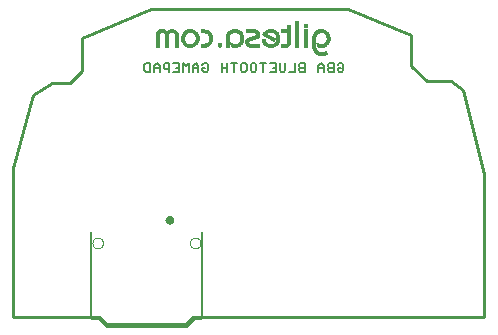
<source format=gbo>
G75*
G70*
%OFA0B0*%
%FSLAX24Y24*%
%IPPOS*%
%LPD*%
%AMOC8*
5,1,8,0,0,1.08239X$1,22.5*
%
%ADD10C,0.0100*%
%ADD11C,0.0060*%
%ADD12C,0.0000*%
%ADD13C,0.0050*%
%ADD14R,0.0062X0.0002*%
%ADD15R,0.0105X0.0002*%
%ADD16R,0.0133X0.0002*%
%ADD17R,0.0159X0.0002*%
%ADD18R,0.0179X0.0002*%
%ADD19R,0.0199X0.0002*%
%ADD20R,0.0215X0.0002*%
%ADD21R,0.0229X0.0002*%
%ADD22R,0.0246X0.0002*%
%ADD23R,0.0258X0.0002*%
%ADD24R,0.0272X0.0002*%
%ADD25R,0.0284X0.0002*%
%ADD26R,0.0296X0.0002*%
%ADD27R,0.0308X0.0002*%
%ADD28R,0.0320X0.0002*%
%ADD29R,0.0330X0.0002*%
%ADD30R,0.0340X0.0002*%
%ADD31R,0.0346X0.0002*%
%ADD32R,0.0350X0.0002*%
%ADD33R,0.0350X0.0002*%
%ADD34R,0.0354X0.0002*%
%ADD35R,0.0358X0.0002*%
%ADD36R,0.0360X0.0002*%
%ADD37R,0.0362X0.0002*%
%ADD38R,0.0366X0.0002*%
%ADD39R,0.0368X0.0002*%
%ADD40R,0.0368X0.0002*%
%ADD41R,0.0372X0.0002*%
%ADD42R,0.0374X0.0002*%
%ADD43R,0.0378X0.0002*%
%ADD44R,0.0378X0.0002*%
%ADD45R,0.0380X0.0002*%
%ADD46R,0.0382X0.0002*%
%ADD47R,0.0386X0.0002*%
%ADD48R,0.0386X0.0002*%
%ADD49R,0.0388X0.0002*%
%ADD50R,0.0390X0.0002*%
%ADD51R,0.0392X0.0002*%
%ADD52R,0.0392X0.0002*%
%ADD53R,0.0395X0.0002*%
%ADD54R,0.0397X0.0002*%
%ADD55R,0.0399X0.0002*%
%ADD56R,0.0399X0.0002*%
%ADD57R,0.0401X0.0002*%
%ADD58R,0.0403X0.0002*%
%ADD59R,0.0405X0.0002*%
%ADD60R,0.0405X0.0002*%
%ADD61R,0.0407X0.0002*%
%ADD62R,0.0409X0.0002*%
%ADD63R,0.0409X0.0002*%
%ADD64R,0.0411X0.0002*%
%ADD65R,0.0137X0.0002*%
%ADD66R,0.0213X0.0002*%
%ADD67R,0.0119X0.0002*%
%ADD68R,0.0197X0.0002*%
%ADD69R,0.0105X0.0002*%
%ADD70R,0.0189X0.0002*%
%ADD71R,0.0093X0.0002*%
%ADD72R,0.0181X0.0002*%
%ADD73R,0.0085X0.0002*%
%ADD74R,0.0175X0.0002*%
%ADD75R,0.0074X0.0002*%
%ADD76R,0.0167X0.0002*%
%ADD77R,0.0064X0.0002*%
%ADD78R,0.0163X0.0002*%
%ADD79R,0.0056X0.0002*%
%ADD80R,0.0159X0.0002*%
%ADD81R,0.0048X0.0002*%
%ADD82R,0.0155X0.0002*%
%ADD83R,0.0040X0.0002*%
%ADD84R,0.0151X0.0002*%
%ADD85R,0.0030X0.0002*%
%ADD86R,0.0149X0.0002*%
%ADD87R,0.0022X0.0002*%
%ADD88R,0.0145X0.0002*%
%ADD89R,0.0014X0.0002*%
%ADD90R,0.0143X0.0002*%
%ADD91R,0.0006X0.0002*%
%ADD92R,0.0139X0.0002*%
%ADD93R,0.0137X0.0002*%
%ADD94R,0.0133X0.0002*%
%ADD95R,0.0133X0.0002*%
%ADD96R,0.0129X0.0002*%
%ADD97R,0.0129X0.0002*%
%ADD98R,0.0127X0.0002*%
%ADD99R,0.0127X0.0002*%
%ADD100R,0.0125X0.0002*%
%ADD101R,0.0125X0.0002*%
%ADD102R,0.0123X0.0002*%
%ADD103R,0.0123X0.0002*%
%ADD104R,0.0121X0.0002*%
%ADD105R,0.0121X0.0002*%
%ADD106R,0.0119X0.0002*%
%ADD107R,0.0117X0.0002*%
%ADD108R,0.0115X0.0002*%
%ADD109R,0.0117X0.0002*%
%ADD110R,0.0115X0.0002*%
%ADD111R,0.0115X0.0002*%
%ADD112R,0.0113X0.0002*%
%ADD113R,0.0113X0.0002*%
%ADD114R,0.0113X0.0002*%
%ADD115R,0.0111X0.0002*%
%ADD116R,0.0111X0.0002*%
%ADD117R,0.0109X0.0002*%
%ADD118R,0.0109X0.0002*%
%ADD119R,0.0109X0.0002*%
%ADD120R,0.0107X0.0002*%
%ADD121R,0.0107X0.0002*%
%ADD122R,0.0107X0.0002*%
%ADD123R,0.0107X0.0002*%
%ADD124R,0.0105X0.0002*%
%ADD125R,0.0105X0.0002*%
%ADD126R,0.0105X0.0002*%
%ADD127R,0.0054X0.0002*%
%ADD128R,0.0062X0.0002*%
%ADD129R,0.0062X0.0002*%
%ADD130R,0.0085X0.0002*%
%ADD131R,0.0097X0.0002*%
%ADD132R,0.0093X0.0002*%
%ADD133R,0.0095X0.0002*%
%ADD134R,0.0020X0.0002*%
%ADD135R,0.0125X0.0002*%
%ADD136R,0.0107X0.0002*%
%ADD137R,0.0141X0.0002*%
%ADD138R,0.0133X0.0002*%
%ADD139R,0.0038X0.0002*%
%ADD140R,0.0137X0.0002*%
%ADD141R,0.0141X0.0002*%
%ADD142R,0.0157X0.0002*%
%ADD143R,0.0147X0.0002*%
%ADD144R,0.0050X0.0002*%
%ADD145R,0.0153X0.0002*%
%ADD146R,0.0173X0.0002*%
%ADD147R,0.0169X0.0002*%
%ADD148R,0.0169X0.0002*%
%ADD149R,0.0171X0.0002*%
%ADD150R,0.0185X0.0002*%
%ADD151R,0.0326X0.0002*%
%ADD152R,0.0171X0.0002*%
%ADD153R,0.0070X0.0002*%
%ADD154R,0.0131X0.0002*%
%ADD155R,0.0183X0.0002*%
%ADD156R,0.0183X0.0002*%
%ADD157R,0.0183X0.0002*%
%ADD158R,0.0199X0.0002*%
%ADD159R,0.0181X0.0002*%
%ADD160R,0.0074X0.0002*%
%ADD161R,0.0145X0.0002*%
%ADD162R,0.0195X0.0002*%
%ADD163R,0.0195X0.0002*%
%ADD164R,0.0193X0.0002*%
%ADD165R,0.0211X0.0002*%
%ADD166R,0.0352X0.0002*%
%ADD167R,0.0193X0.0002*%
%ADD168R,0.0083X0.0002*%
%ADD169R,0.0157X0.0002*%
%ADD170R,0.0207X0.0002*%
%ADD171R,0.0205X0.0002*%
%ADD172R,0.0201X0.0002*%
%ADD173R,0.0221X0.0002*%
%ADD174R,0.0360X0.0002*%
%ADD175R,0.0203X0.0002*%
%ADD176R,0.0087X0.0002*%
%ADD177R,0.0165X0.0002*%
%ADD178R,0.0217X0.0002*%
%ADD179R,0.0217X0.0002*%
%ADD180R,0.0207X0.0002*%
%ADD181R,0.0231X0.0002*%
%ADD182R,0.0366X0.0002*%
%ADD183R,0.0091X0.0002*%
%ADD184R,0.0175X0.0002*%
%ADD185R,0.0229X0.0002*%
%ADD186R,0.0225X0.0002*%
%ADD187R,0.0213X0.0002*%
%ADD188R,0.0242X0.0002*%
%ADD189R,0.0372X0.0002*%
%ADD190R,0.0221X0.0002*%
%ADD191R,0.0097X0.0002*%
%ADD192R,0.0238X0.0002*%
%ADD193R,0.0237X0.0002*%
%ADD194R,0.0252X0.0002*%
%ADD195R,0.0378X0.0002*%
%ADD196R,0.0101X0.0002*%
%ADD197R,0.0187X0.0002*%
%ADD198R,0.0248X0.0002*%
%ADD199R,0.0246X0.0002*%
%ADD200R,0.0223X0.0002*%
%ADD201R,0.0260X0.0002*%
%ADD202R,0.0384X0.0002*%
%ADD203R,0.0238X0.0002*%
%ADD204R,0.0254X0.0002*%
%ADD205R,0.0227X0.0002*%
%ADD206R,0.0270X0.0002*%
%ADD207R,0.0246X0.0002*%
%ADD208R,0.0266X0.0002*%
%ADD209R,0.0262X0.0002*%
%ADD210R,0.0231X0.0002*%
%ADD211R,0.0280X0.0002*%
%ADD212R,0.0252X0.0002*%
%ADD213R,0.0205X0.0002*%
%ADD214R,0.0274X0.0002*%
%ADD215R,0.0270X0.0002*%
%ADD216R,0.0235X0.0002*%
%ADD217R,0.0288X0.0002*%
%ADD218R,0.0399X0.0002*%
%ADD219R,0.0260X0.0002*%
%ADD220R,0.0282X0.0002*%
%ADD221R,0.0278X0.0002*%
%ADD222R,0.0296X0.0002*%
%ADD223R,0.0215X0.0002*%
%ADD224R,0.0290X0.0002*%
%ADD225R,0.0286X0.0002*%
%ADD226R,0.0241X0.0002*%
%ADD227R,0.0300X0.0002*%
%ADD228R,0.0405X0.0002*%
%ADD229R,0.0272X0.0002*%
%ADD230R,0.0121X0.0002*%
%ADD231R,0.0221X0.0002*%
%ADD232R,0.0298X0.0002*%
%ADD233R,0.0292X0.0002*%
%ADD234R,0.0244X0.0002*%
%ADD235R,0.0308X0.0002*%
%ADD236R,0.0123X0.0002*%
%ADD237R,0.0304X0.0002*%
%ADD238R,0.0294X0.0002*%
%ADD239R,0.0316X0.0002*%
%ADD240R,0.0411X0.0002*%
%ADD241R,0.0312X0.0002*%
%ADD242R,0.0250X0.0002*%
%ADD243R,0.0324X0.0002*%
%ADD244R,0.0415X0.0002*%
%ADD245R,0.0292X0.0002*%
%ADD246R,0.0233X0.0002*%
%ADD247R,0.0318X0.0002*%
%ADD248R,0.0302X0.0002*%
%ADD249R,0.0328X0.0002*%
%ADD250R,0.0417X0.0002*%
%ADD251R,0.0324X0.0002*%
%ADD252R,0.0256X0.0002*%
%ADD253R,0.0336X0.0002*%
%ADD254R,0.0421X0.0002*%
%ADD255R,0.0131X0.0002*%
%ADD256R,0.0330X0.0002*%
%ADD257R,0.0258X0.0002*%
%ADD258R,0.0340X0.0002*%
%ADD259R,0.0423X0.0002*%
%ADD260R,0.0135X0.0002*%
%ADD261R,0.0338X0.0002*%
%ADD262R,0.0310X0.0002*%
%ADD263R,0.0348X0.0002*%
%ADD264R,0.0425X0.0002*%
%ADD265R,0.0342X0.0002*%
%ADD266R,0.0314X0.0002*%
%ADD267R,0.0262X0.0002*%
%ADD268R,0.0429X0.0002*%
%ADD269R,0.0320X0.0002*%
%ADD270R,0.0316X0.0002*%
%ADD271R,0.0264X0.0002*%
%ADD272R,0.0360X0.0002*%
%ADD273R,0.0431X0.0002*%
%ADD274R,0.0324X0.0002*%
%ADD275R,0.0139X0.0002*%
%ADD276R,0.0256X0.0002*%
%ADD277R,0.0318X0.0002*%
%ADD278R,0.0266X0.0002*%
%ADD279R,0.0364X0.0002*%
%ADD280R,0.0433X0.0002*%
%ADD281R,0.0139X0.0002*%
%ADD282R,0.0360X0.0002*%
%ADD283R,0.0322X0.0002*%
%ADD284R,0.0268X0.0002*%
%ADD285R,0.0370X0.0002*%
%ADD286R,0.0435X0.0002*%
%ADD287R,0.0330X0.0002*%
%ADD288R,0.0376X0.0002*%
%ADD289R,0.0437X0.0002*%
%ADD290R,0.0332X0.0002*%
%ADD291R,0.0141X0.0002*%
%ADD292R,0.0326X0.0002*%
%ADD293R,0.0272X0.0002*%
%ADD294R,0.0380X0.0002*%
%ADD295R,0.0439X0.0002*%
%ADD296R,0.0334X0.0002*%
%ADD297R,0.0143X0.0002*%
%ADD298R,0.0268X0.0002*%
%ADD299R,0.0376X0.0002*%
%ADD300R,0.0274X0.0002*%
%ADD301R,0.0441X0.0002*%
%ADD302R,0.0382X0.0002*%
%ADD303R,0.0276X0.0002*%
%ADD304R,0.0391X0.0002*%
%ADD305R,0.0443X0.0002*%
%ADD306R,0.0340X0.0002*%
%ADD307R,0.0274X0.0002*%
%ADD308R,0.0334X0.0002*%
%ADD309R,0.0445X0.0002*%
%ADD310R,0.0342X0.0002*%
%ADD311R,0.0278X0.0002*%
%ADD312R,0.0401X0.0002*%
%ADD313R,0.0445X0.0002*%
%ADD314R,0.0344X0.0002*%
%ADD315R,0.0395X0.0002*%
%ADD316R,0.0280X0.0002*%
%ADD317R,0.0447X0.0002*%
%ADD318R,0.0409X0.0002*%
%ADD319R,0.0449X0.0002*%
%ADD320R,0.0348X0.0002*%
%ADD321R,0.0407X0.0002*%
%ADD322R,0.0344X0.0002*%
%ADD323R,0.0415X0.0002*%
%ADD324R,0.0451X0.0002*%
%ADD325R,0.0350X0.0002*%
%ADD326R,0.0411X0.0002*%
%ADD327R,0.0346X0.0002*%
%ADD328R,0.0284X0.0002*%
%ADD329R,0.0419X0.0002*%
%ADD330R,0.0451X0.0002*%
%ADD331R,0.0352X0.0002*%
%ADD332R,0.0290X0.0002*%
%ADD333R,0.0415X0.0002*%
%ADD334R,0.0286X0.0002*%
%ADD335R,0.0423X0.0002*%
%ADD336R,0.0453X0.0002*%
%ADD337R,0.0354X0.0002*%
%ADD338R,0.0292X0.0002*%
%ADD339R,0.0419X0.0002*%
%ADD340R,0.0427X0.0002*%
%ADD341R,0.0455X0.0002*%
%ADD342R,0.0356X0.0002*%
%ADD343R,0.0288X0.0002*%
%ADD344R,0.0431X0.0002*%
%ADD345R,0.0358X0.0002*%
%ADD346R,0.0296X0.0002*%
%ADD347R,0.0290X0.0002*%
%ADD348R,0.0435X0.0002*%
%ADD349R,0.0457X0.0002*%
%ADD350R,0.0300X0.0002*%
%ADD351R,0.0356X0.0002*%
%ADD352R,0.0290X0.0002*%
%ADD353R,0.0439X0.0002*%
%ADD354R,0.0457X0.0002*%
%ADD355R,0.0362X0.0002*%
%ADD356R,0.0302X0.0002*%
%ADD357R,0.0443X0.0002*%
%ADD358R,0.0459X0.0002*%
%ADD359R,0.0304X0.0002*%
%ADD360R,0.0447X0.0002*%
%ADD361R,0.0461X0.0002*%
%ADD362R,0.0306X0.0002*%
%ADD363R,0.0360X0.0002*%
%ADD364R,0.0294X0.0002*%
%ADD365R,0.0461X0.0002*%
%ADD366R,0.0368X0.0002*%
%ADD367R,0.0447X0.0002*%
%ADD368R,0.0463X0.0002*%
%ADD369R,0.0368X0.0002*%
%ADD370R,0.0457X0.0002*%
%ADD371R,0.0455X0.0002*%
%ADD372R,0.0372X0.0002*%
%ADD373R,0.0314X0.0002*%
%ADD374R,0.0203X0.0002*%
%ADD375R,0.0298X0.0002*%
%ADD376R,0.0201X0.0002*%
%ADD377R,0.0201X0.0002*%
%ADD378R,0.0465X0.0002*%
%ADD379R,0.0121X0.0002*%
%ADD380R,0.0316X0.0002*%
%ADD381R,0.0191X0.0002*%
%ADD382R,0.0298X0.0002*%
%ADD383R,0.0189X0.0002*%
%ADD384R,0.0465X0.0002*%
%ADD385R,0.0300X0.0002*%
%ADD386R,0.0181X0.0002*%
%ADD387R,0.0467X0.0002*%
%ADD388R,0.0103X0.0002*%
%ADD389R,0.0320X0.0002*%
%ADD390R,0.0177X0.0002*%
%ADD391R,0.0171X0.0002*%
%ADD392R,0.0079X0.0002*%
%ADD393R,0.0173X0.0002*%
%ADD394R,0.0169X0.0002*%
%ADD395R,0.0467X0.0002*%
%ADD396R,0.0171X0.0002*%
%ADD397R,0.0091X0.0002*%
%ADD398R,0.0324X0.0002*%
%ADD399R,0.0173X0.0002*%
%ADD400R,0.0072X0.0002*%
%ADD401R,0.0469X0.0002*%
%ADD402R,0.0163X0.0002*%
%ADD403R,0.0066X0.0002*%
%ADD404R,0.0165X0.0002*%
%ADD405R,0.0161X0.0002*%
%ADD406R,0.0149X0.0002*%
%ADD407R,0.0163X0.0002*%
%ADD408R,0.0081X0.0002*%
%ADD409R,0.0139X0.0002*%
%ADD410R,0.0076X0.0002*%
%ADD411R,0.0157X0.0002*%
%ADD412R,0.0058X0.0002*%
%ADD413R,0.0159X0.0002*%
%ADD414R,0.0155X0.0002*%
%ADD415R,0.0137X0.0002*%
%ADD416R,0.0159X0.0002*%
%ADD417R,0.0072X0.0002*%
%ADD418R,0.0195X0.0002*%
%ADD419R,0.0052X0.0002*%
%ADD420R,0.0127X0.0002*%
%ADD421R,0.0153X0.0002*%
%ADD422R,0.0155X0.0002*%
%ADD423R,0.0068X0.0002*%
%ADD424R,0.0189X0.0002*%
%ADD425R,0.0125X0.0002*%
%ADD426R,0.0151X0.0002*%
%ADD427R,0.0064X0.0002*%
%ADD428R,0.0044X0.0002*%
%ADD429R,0.0123X0.0002*%
%ADD430R,0.0103X0.0002*%
%ADD431R,0.0179X0.0002*%
%ADD432R,0.0147X0.0002*%
%ADD433R,0.0040X0.0002*%
%ADD434R,0.0151X0.0002*%
%ADD435R,0.0125X0.0002*%
%ADD436R,0.0099X0.0002*%
%ADD437R,0.0175X0.0002*%
%ADD438R,0.0145X0.0002*%
%ADD439R,0.0036X0.0002*%
%ADD440R,0.0056X0.0002*%
%ADD441R,0.0095X0.0002*%
%ADD442R,0.0032X0.0002*%
%ADD443R,0.0117X0.0002*%
%ADD444R,0.0052X0.0002*%
%ADD445R,0.0028X0.0002*%
%ADD446R,0.0115X0.0002*%
%ADD447R,0.0050X0.0002*%
%ADD448R,0.0141X0.0002*%
%ADD449R,0.0024X0.0002*%
%ADD450R,0.0117X0.0002*%
%ADD451R,0.0046X0.0002*%
%ADD452R,0.0119X0.0002*%
%ADD453R,0.0074X0.0002*%
%ADD454R,0.0143X0.0002*%
%ADD455R,0.0137X0.0002*%
%ADD456R,0.0016X0.0002*%
%ADD457R,0.0042X0.0002*%
%ADD458R,0.0135X0.0002*%
%ADD459R,0.0012X0.0002*%
%ADD460R,0.0038X0.0002*%
%ADD461R,0.0058X0.0002*%
%ADD462R,0.0010X0.0002*%
%ADD463R,0.0135X0.0002*%
%ADD464R,0.0115X0.0002*%
%ADD465R,0.0135X0.0002*%
%ADD466R,0.0036X0.0002*%
%ADD467R,0.0153X0.0002*%
%ADD468R,0.0034X0.0002*%
%ADD469R,0.0034X0.0002*%
%ADD470R,0.0002X0.0002*%
%ADD471R,0.0133X0.0002*%
%ADD472R,0.0030X0.0002*%
%ADD473R,0.0149X0.0002*%
%ADD474R,0.0129X0.0002*%
%ADD475R,0.0131X0.0002*%
%ADD476R,0.0028X0.0002*%
%ADD477R,0.0024X0.0002*%
%ADD478R,0.0022X0.0002*%
%ADD479R,0.0020X0.0002*%
%ADD480R,0.0018X0.0002*%
%ADD481R,0.0121X0.0002*%
%ADD482R,0.0012X0.0002*%
%ADD483R,0.0127X0.0002*%
%ADD484R,0.0010X0.0002*%
%ADD485R,0.0008X0.0002*%
%ADD486R,0.0006X0.0002*%
%ADD487R,0.0119X0.0002*%
%ADD488R,0.0004X0.0002*%
%ADD489R,0.0002X0.0002*%
%ADD490R,0.0117X0.0002*%
%ADD491R,0.0004X0.0002*%
%ADD492R,0.0111X0.0002*%
%ADD493R,0.0111X0.0002*%
%ADD494R,0.0018X0.0002*%
%ADD495R,0.0109X0.0002*%
%ADD496R,0.0022X0.0002*%
%ADD497R,0.0042X0.0002*%
%ADD498R,0.0046X0.0002*%
%ADD499R,0.0056X0.0002*%
%ADD500R,0.0161X0.0002*%
%ADD501R,0.0070X0.0002*%
%ADD502R,0.0109X0.0002*%
%ADD503R,0.0185X0.0002*%
%ADD504R,0.0089X0.0002*%
%ADD505R,0.0093X0.0002*%
%ADD506R,0.0099X0.0002*%
%ADD507R,0.0211X0.0002*%
%ADD508R,0.0231X0.0002*%
%ADD509R,0.0240X0.0002*%
%ADD510R,0.0149X0.0002*%
%ADD511R,0.0264X0.0002*%
%ADD512R,0.0268X0.0002*%
%ADD513R,0.0272X0.0002*%
%ADD514R,0.0167X0.0002*%
%ADD515R,0.0068X0.0002*%
%ADD516R,0.0284X0.0002*%
%ADD517R,0.0018X0.0002*%
%ADD518R,0.0185X0.0002*%
%ADD519R,0.0002X0.0002*%
%ADD520R,0.0197X0.0002*%
%ADD521R,0.0197X0.0002*%
%ADD522R,0.0310X0.0002*%
%ADD523R,0.0199X0.0002*%
%ADD524R,0.0310X0.0002*%
%ADD525R,0.0312X0.0002*%
%ADD526R,0.0312X0.0002*%
%ADD527R,0.0310X0.0002*%
%ADD528R,0.0306X0.0002*%
%ADD529R,0.0199X0.0002*%
%ADD530R,0.0197X0.0002*%
%ADD531R,0.0296X0.0002*%
%ADD532R,0.0254X0.0002*%
%ADD533R,0.0225X0.0002*%
%ADD534R,0.0219X0.0002*%
%ADD535R,0.0157X0.0002*%
%ADD536R,0.0107X0.0002*%
%ADD537R,0.0117X0.0002*%
%ADD538R,0.0197X0.0002*%
%ADD539R,0.0141X0.0002*%
%ADD540R,0.0111X0.0002*%
%ADD541R,0.0119X0.0002*%
%ADD542R,0.0111X0.0002*%
%ADD543R,0.0123X0.0002*%
%ADD544R,0.0197X0.0002*%
%ADD545R,0.0121X0.0002*%
%ADD546R,0.0119X0.0002*%
%ADD547R,0.0127X0.0002*%
%ADD548R,0.0193X0.0002*%
%ADD549R,0.0187X0.0002*%
%ADD550R,0.0131X0.0002*%
%ADD551R,0.0125X0.0002*%
%ADD552R,0.0123X0.0002*%
%ADD553R,0.0177X0.0002*%
%ADD554R,0.0127X0.0002*%
%ADD555R,0.0163X0.0002*%
%ADD556R,0.0135X0.0002*%
%ADD557R,0.0129X0.0002*%
%ADD558R,0.0143X0.0002*%
%ADD559R,0.0139X0.0002*%
%ADD560R,0.0135X0.0002*%
%ADD561R,0.0115X0.0002*%
%ADD562R,0.0129X0.0002*%
%ADD563R,0.0137X0.0002*%
%ADD564R,0.0131X0.0002*%
%ADD565R,0.0141X0.0002*%
%ADD566R,0.0153X0.0002*%
%ADD567R,0.0151X0.0002*%
%ADD568R,0.0155X0.0002*%
%ADD569R,0.0159X0.0002*%
%ADD570R,0.0161X0.0002*%
%ADD571R,0.0143X0.0002*%
%ADD572R,0.0147X0.0002*%
%ADD573R,0.0165X0.0002*%
%ADD574R,0.0167X0.0002*%
%ADD575R,0.0167X0.0002*%
%ADD576R,0.0153X0.0002*%
%ADD577R,0.0175X0.0002*%
%ADD578R,0.0149X0.0002*%
%ADD579R,0.0179X0.0002*%
%ADD580R,0.0153X0.0002*%
%ADD581R,0.0191X0.0002*%
%ADD582R,0.0161X0.0002*%
%ADD583R,0.0195X0.0002*%
%ADD584R,0.0199X0.0002*%
%ADD585R,0.0163X0.0002*%
%ADD586R,0.0207X0.0002*%
%ADD587R,0.0167X0.0002*%
%ADD588R,0.0173X0.0002*%
%ADD589R,0.0316X0.0002*%
%ADD590R,0.0171X0.0002*%
%ADD591R,0.0441X0.0002*%
%ADD592R,0.0177X0.0002*%
%ADD593R,0.0322X0.0002*%
%ADD594R,0.0173X0.0002*%
%ADD595R,0.0229X0.0002*%
%ADD596R,0.0441X0.0002*%
%ADD597R,0.0185X0.0002*%
%ADD598R,0.0320X0.0002*%
%ADD599R,0.0147X0.0002*%
%ADD600R,0.0240X0.0002*%
%ADD601R,0.0179X0.0002*%
%ADD602R,0.0264X0.0002*%
%ADD603R,0.0199X0.0002*%
%ADD604R,0.0201X0.0002*%
%ADD605R,0.0439X0.0002*%
%ADD606R,0.0205X0.0002*%
%ADD607R,0.0211X0.0002*%
%ADD608R,0.0201X0.0002*%
%ADD609R,0.0165X0.0002*%
%ADD610R,0.0286X0.0002*%
%ADD611R,0.0449X0.0002*%
%ADD612R,0.0437X0.0002*%
%ADD613R,0.0473X0.0002*%
%ADD614R,0.0314X0.0002*%
%ADD615R,0.0455X0.0002*%
%ADD616R,0.0702X0.0002*%
%ADD617R,0.0700X0.0002*%
%ADD618R,0.0698X0.0002*%
%ADD619R,0.0445X0.0002*%
%ADD620R,0.0435X0.0002*%
%ADD621R,0.0463X0.0002*%
%ADD622R,0.0308X0.0002*%
%ADD623R,0.0447X0.0002*%
%ADD624R,0.0694X0.0002*%
%ADD625R,0.0433X0.0002*%
%ADD626R,0.0459X0.0002*%
%ADD627R,0.0443X0.0002*%
%ADD628R,0.0694X0.0002*%
%ADD629R,0.0431X0.0002*%
%ADD630R,0.0690X0.0002*%
%ADD631R,0.0427X0.0002*%
%ADD632R,0.0686X0.0002*%
%ADD633R,0.0423X0.0002*%
%ADD634R,0.0429X0.0002*%
%ADD635R,0.0431X0.0002*%
%ADD636R,0.0449X0.0002*%
%ADD637R,0.0298X0.0002*%
%ADD638R,0.0686X0.0002*%
%ADD639R,0.0425X0.0002*%
%ADD640R,0.0429X0.0002*%
%ADD641R,0.0427X0.0002*%
%ADD642R,0.0682X0.0002*%
%ADD643R,0.0421X0.0002*%
%ADD644R,0.0441X0.0002*%
%ADD645R,0.0678X0.0002*%
%ADD646R,0.0676X0.0002*%
%ADD647R,0.0407X0.0002*%
%ADD648R,0.0413X0.0002*%
%ADD649R,0.0425X0.0002*%
%ADD650R,0.0433X0.0002*%
%ADD651R,0.0290X0.0002*%
%ADD652R,0.0415X0.0002*%
%ADD653R,0.0336X0.0002*%
%ADD654R,0.0336X0.0002*%
%ADD655R,0.0403X0.0002*%
%ADD656R,0.0423X0.0002*%
%ADD657R,0.0429X0.0002*%
%ADD658R,0.0286X0.0002*%
%ADD659R,0.0411X0.0002*%
%ADD660R,0.0332X0.0002*%
%ADD661R,0.0399X0.0002*%
%ADD662R,0.0328X0.0002*%
%ADD663R,0.0394X0.0002*%
%ADD664R,0.0390X0.0002*%
%ADD665R,0.0397X0.0002*%
%ADD666R,0.0419X0.0002*%
%ADD667R,0.0417X0.0002*%
%ADD668R,0.0278X0.0002*%
%ADD669R,0.0395X0.0002*%
%ADD670R,0.0324X0.0002*%
%ADD671R,0.0386X0.0002*%
%ADD672R,0.0417X0.0002*%
%ADD673R,0.0413X0.0002*%
%ADD674R,0.0276X0.0002*%
%ADD675R,0.0391X0.0002*%
%ADD676R,0.0382X0.0002*%
%ADD677R,0.0316X0.0002*%
%ADD678R,0.0413X0.0002*%
%ADD679R,0.0372X0.0002*%
%ADD680R,0.0396X0.0002*%
%ADD681R,0.0268X0.0002*%
%ADD682R,0.0376X0.0002*%
%ADD683R,0.0370X0.0002*%
%ADD684R,0.0304X0.0002*%
%ADD685R,0.0380X0.0002*%
%ADD686R,0.0352X0.0002*%
%ADD687R,0.0356X0.0002*%
%ADD688R,0.0403X0.0002*%
%ADD689R,0.0376X0.0002*%
%ADD690R,0.0256X0.0002*%
%ADD691R,0.0354X0.0002*%
%ADD692R,0.0294X0.0002*%
%ADD693R,0.0292X0.0002*%
%ADD694R,0.0350X0.0002*%
%ADD695R,0.0350X0.0002*%
%ADD696R,0.0288X0.0002*%
%ADD697R,0.0346X0.0002*%
%ADD698R,0.0364X0.0002*%
%ADD699R,0.0334X0.0002*%
%ADD700R,0.0280X0.0002*%
%ADD701R,0.0328X0.0002*%
%ADD702R,0.0334X0.0002*%
%ADD703R,0.0242X0.0002*%
%ADD704R,0.0330X0.0002*%
%ADD705R,0.0274X0.0002*%
%ADD706R,0.0276X0.0002*%
%ADD707R,0.0388X0.0002*%
%ADD708R,0.0237X0.0002*%
%ADD709R,0.0270X0.0002*%
%ADD710R,0.0270X0.0002*%
%ADD711R,0.0264X0.0002*%
%ADD712R,0.0304X0.0002*%
%ADD713R,0.0380X0.0002*%
%ADD714R,0.0326X0.0002*%
%ADD715R,0.0225X0.0002*%
%ADD716R,0.0254X0.0002*%
%ADD717R,0.0300X0.0002*%
%ADD718R,0.0298X0.0002*%
%ADD719R,0.0250X0.0002*%
%ADD720R,0.0248X0.0002*%
%ADD721R,0.0244X0.0002*%
%ADD722R,0.0274X0.0002*%
%ADD723R,0.0362X0.0002*%
%ADD724R,0.0296X0.0002*%
%ADD725R,0.0205X0.0002*%
%ADD726R,0.0229X0.0002*%
%ADD727R,0.0231X0.0002*%
%ADD728R,0.0266X0.0002*%
%ADD729R,0.0358X0.0002*%
%ADD730R,0.0223X0.0002*%
%ADD731R,0.0215X0.0002*%
%ADD732R,0.0209X0.0002*%
%ADD733R,0.0240X0.0002*%
%ADD734R,0.0244X0.0002*%
%ADD735R,0.0340X0.0002*%
%ADD736R,0.0262X0.0002*%
%ADD737R,0.0238X0.0002*%
%ADD738R,0.0229X0.0002*%
%ADD739R,0.0231X0.0002*%
%ADD740R,0.0229X0.0002*%
%ADD741R,0.0219X0.0002*%
%ADD742R,0.0223X0.0002*%
%ADD743R,0.0183X0.0002*%
%ADD744R,0.0215X0.0002*%
%ADD745R,0.0195X0.0002*%
%ADD746R,0.0203X0.0002*%
%ADD747R,0.0187X0.0002*%
%ADD748R,0.0169X0.0002*%
%ADD749R,0.0143X0.0002*%
%ADD750R,0.0155X0.0002*%
%ADD751R,0.0095X0.0002*%
%ADD752R,0.0078X0.0002*%
%ADD753R,0.0081X0.0002*%
%ADD754R,0.0072X0.0002*%
%ADD755R,0.0020X0.0002*%
%ADD756R,0.0050X0.0002*%
%ADD757R,0.0060X0.0002*%
%ADD758R,0.0066X0.0002*%
%ADD759R,0.0079X0.0002*%
%ADD760R,0.0089X0.0002*%
%ADD761R,0.0091X0.0002*%
%ADD762R,0.0095X0.0002*%
%ADD763R,0.0099X0.0002*%
%ADD764R,0.0103X0.0002*%
%ADD765R,0.0101X0.0002*%
%ADD766R,0.0087X0.0002*%
%ADD767R,0.0074X0.0002*%
%ADD768R,0.0062X0.0002*%
%ADD769R,0.0054X0.0002*%
%ADD770R,0.0044X0.0002*%
%ADD771R,0.0030X0.0002*%
D10*
X003752Y003081D02*
X003502Y003331D01*
X003242Y003331D01*
X003490Y003381D02*
X003740Y003131D01*
X006390Y003131D01*
X006640Y003381D01*
X016340Y003381D01*
X016340Y008131D01*
X015640Y010931D01*
X015240Y011231D01*
X014440Y011231D01*
X013890Y011731D01*
X013890Y012781D01*
X011790Y013631D01*
X005240Y013631D01*
X002940Y012681D01*
X002940Y011581D01*
X002540Y011181D01*
X001940Y011181D01*
X001290Y010781D01*
X000640Y008331D01*
X000640Y003381D01*
X003490Y003381D01*
X003752Y003081D02*
X006402Y003081D01*
X006652Y003331D01*
X006887Y003331D01*
D11*
X006810Y011536D02*
X006810Y011729D01*
X006713Y011826D01*
X006616Y011729D01*
X006616Y011536D01*
X006487Y011536D02*
X006487Y011826D01*
X006391Y011729D01*
X006294Y011826D01*
X006294Y011536D01*
X006165Y011536D02*
X005972Y011536D01*
X005843Y011536D02*
X005843Y011826D01*
X005698Y011826D01*
X005649Y011778D01*
X005649Y011681D01*
X005698Y011633D01*
X005843Y011633D01*
X006068Y011681D02*
X006165Y011681D01*
X006165Y011826D02*
X006165Y011536D01*
X006165Y011826D02*
X005972Y011826D01*
X005521Y011729D02*
X005521Y011536D01*
X005521Y011681D02*
X005327Y011681D01*
X005327Y011729D02*
X005327Y011536D01*
X005198Y011536D02*
X005053Y011536D01*
X005005Y011584D01*
X005005Y011778D01*
X005053Y011826D01*
X005198Y011826D01*
X005198Y011536D01*
X005327Y011729D02*
X005424Y011826D01*
X005521Y011729D01*
X006616Y011681D02*
X006810Y011681D01*
X006939Y011681D02*
X006939Y011584D01*
X006987Y011536D01*
X007084Y011536D01*
X007132Y011584D01*
X007132Y011778D01*
X007084Y011826D01*
X006987Y011826D01*
X006939Y011778D01*
X006939Y011681D02*
X007035Y011681D01*
X007583Y011681D02*
X007777Y011681D01*
X007777Y011536D02*
X007777Y011826D01*
X007905Y011826D02*
X008099Y011826D01*
X008002Y011826D02*
X008002Y011536D01*
X008228Y011584D02*
X008228Y011778D01*
X008276Y011826D01*
X008373Y011826D01*
X008421Y011778D01*
X008421Y011584D01*
X008373Y011536D01*
X008276Y011536D01*
X008228Y011584D01*
X008550Y011584D02*
X008550Y011778D01*
X008598Y011826D01*
X008695Y011826D01*
X008743Y011778D01*
X008743Y011584D01*
X008695Y011536D01*
X008598Y011536D01*
X008550Y011584D01*
X008872Y011826D02*
X009066Y011826D01*
X008969Y011826D02*
X008969Y011536D01*
X009194Y011536D02*
X009388Y011536D01*
X009388Y011826D01*
X009194Y011826D01*
X009291Y011681D02*
X009388Y011681D01*
X009517Y011584D02*
X009517Y011826D01*
X009710Y011826D02*
X009710Y011584D01*
X009662Y011536D01*
X009565Y011536D01*
X009517Y011584D01*
X009839Y011536D02*
X010033Y011536D01*
X010033Y011826D01*
X010161Y011778D02*
X010161Y011729D01*
X010210Y011681D01*
X010355Y011681D01*
X010355Y011536D02*
X010210Y011536D01*
X010161Y011584D01*
X010161Y011633D01*
X010210Y011681D01*
X010161Y011778D02*
X010210Y011826D01*
X010355Y011826D01*
X010355Y011536D01*
X010806Y011536D02*
X010806Y011729D01*
X010903Y011826D01*
X010999Y011729D01*
X010999Y011536D01*
X011128Y011584D02*
X011128Y011633D01*
X011176Y011681D01*
X011322Y011681D01*
X011450Y011681D02*
X011450Y011584D01*
X011499Y011536D01*
X011596Y011536D01*
X011644Y011584D01*
X011644Y011778D01*
X011596Y011826D01*
X011499Y011826D01*
X011450Y011778D01*
X011450Y011681D02*
X011547Y011681D01*
X011322Y011536D02*
X011176Y011536D01*
X011128Y011584D01*
X011176Y011681D02*
X011128Y011729D01*
X011128Y011778D01*
X011176Y011826D01*
X011322Y011826D01*
X011322Y011536D01*
X010999Y011681D02*
X010806Y011681D01*
X007583Y011826D02*
X007583Y011536D01*
D12*
X006527Y005831D02*
X006529Y005857D01*
X006535Y005883D01*
X006544Y005907D01*
X006557Y005930D01*
X006574Y005950D01*
X006593Y005968D01*
X006615Y005983D01*
X006638Y005994D01*
X006663Y006002D01*
X006689Y006006D01*
X006715Y006006D01*
X006741Y006002D01*
X006766Y005994D01*
X006790Y005983D01*
X006811Y005968D01*
X006830Y005950D01*
X006847Y005930D01*
X006860Y005907D01*
X006869Y005883D01*
X006875Y005857D01*
X006877Y005831D01*
X006875Y005805D01*
X006869Y005779D01*
X006860Y005755D01*
X006847Y005732D01*
X006830Y005712D01*
X006811Y005694D01*
X006789Y005679D01*
X006766Y005668D01*
X006741Y005660D01*
X006715Y005656D01*
X006689Y005656D01*
X006663Y005660D01*
X006638Y005668D01*
X006614Y005679D01*
X006593Y005694D01*
X006574Y005712D01*
X006557Y005732D01*
X006544Y005755D01*
X006535Y005779D01*
X006529Y005805D01*
X006527Y005831D01*
X003277Y005831D02*
X003279Y005857D01*
X003285Y005883D01*
X003294Y005907D01*
X003307Y005930D01*
X003324Y005950D01*
X003343Y005968D01*
X003365Y005983D01*
X003388Y005994D01*
X003413Y006002D01*
X003439Y006006D01*
X003465Y006006D01*
X003491Y006002D01*
X003516Y005994D01*
X003540Y005983D01*
X003561Y005968D01*
X003580Y005950D01*
X003597Y005930D01*
X003610Y005907D01*
X003619Y005883D01*
X003625Y005857D01*
X003627Y005831D01*
X003625Y005805D01*
X003619Y005779D01*
X003610Y005755D01*
X003597Y005732D01*
X003580Y005712D01*
X003561Y005694D01*
X003539Y005679D01*
X003516Y005668D01*
X003491Y005660D01*
X003465Y005656D01*
X003439Y005656D01*
X003413Y005660D01*
X003388Y005668D01*
X003364Y005679D01*
X003343Y005694D01*
X003324Y005712D01*
X003307Y005732D01*
X003294Y005755D01*
X003285Y005779D01*
X003279Y005805D01*
X003277Y005831D01*
D13*
X003215Y006188D02*
X003215Y003412D01*
X006915Y003412D02*
X006915Y006188D01*
X005905Y006591D02*
X005805Y006591D01*
X005807Y006604D01*
X005812Y006617D01*
X005821Y006628D01*
X005832Y006635D01*
X005845Y006640D01*
X005858Y006641D01*
X005872Y006638D01*
X005884Y006632D01*
X005894Y006623D01*
X005901Y006611D01*
X005905Y006598D01*
X005905Y006584D01*
X005901Y006571D01*
X005894Y006559D01*
X005884Y006550D01*
X005872Y006544D01*
X005858Y006541D01*
X005845Y006542D01*
X005832Y006547D01*
X005821Y006554D01*
X005812Y006565D01*
X005807Y006578D01*
X005805Y006591D01*
X005784Y006591D02*
X005786Y006607D01*
X005792Y006623D01*
X005801Y006637D01*
X005813Y006648D01*
X005827Y006656D01*
X005843Y006661D01*
X005859Y006662D01*
X005875Y006659D01*
X005890Y006652D01*
X005904Y006643D01*
X005914Y006630D01*
X005922Y006615D01*
X005926Y006599D01*
X005926Y006583D01*
X005922Y006567D01*
X005914Y006552D01*
X005904Y006539D01*
X005891Y006530D01*
X005875Y006523D01*
X005859Y006520D01*
X005843Y006521D01*
X005827Y006526D01*
X005813Y006534D01*
X005801Y006545D01*
X005792Y006559D01*
X005786Y006575D01*
X005784Y006591D01*
X005743Y006591D02*
X005745Y006612D01*
X005751Y006631D01*
X005760Y006650D01*
X005772Y006666D01*
X005788Y006680D01*
X005805Y006691D01*
X005824Y006699D01*
X005845Y006703D01*
X005865Y006703D01*
X005886Y006699D01*
X005905Y006691D01*
X005922Y006680D01*
X005938Y006666D01*
X005950Y006650D01*
X005959Y006631D01*
X005965Y006612D01*
X005967Y006591D01*
X005965Y006570D01*
X005959Y006551D01*
X005950Y006532D01*
X005938Y006516D01*
X005922Y006502D01*
X005905Y006491D01*
X005886Y006483D01*
X005865Y006479D01*
X005845Y006479D01*
X005824Y006483D01*
X005805Y006491D01*
X005788Y006502D01*
X005772Y006516D01*
X005760Y006532D01*
X005751Y006551D01*
X005745Y006570D01*
X005743Y006591D01*
D14*
X010922Y012063D03*
D15*
X010923Y012065D03*
X010681Y012278D03*
X010681Y012280D03*
X010679Y012287D03*
X010679Y012289D03*
X007517Y012353D03*
D16*
X006740Y012778D03*
X006346Y012778D03*
X009423Y012778D03*
X010718Y012778D03*
X010925Y012067D03*
D17*
X010926Y012069D03*
X011065Y012444D03*
X009225Y012921D03*
X009060Y012444D03*
X008197Y012808D03*
X008042Y012337D03*
X007170Y012466D03*
D18*
X008177Y012820D03*
X008482Y012560D03*
X010928Y012071D03*
D19*
X010928Y012073D03*
X009282Y012615D03*
X009245Y012635D03*
X009227Y012645D03*
X009195Y012663D03*
X009155Y012685D03*
X009137Y012695D03*
X009123Y012703D03*
X009100Y012715D03*
X009082Y012725D03*
X009068Y012733D03*
X009050Y012743D03*
X007003Y012355D03*
D20*
X010930Y012075D03*
D21*
X010931Y012077D03*
X008721Y012685D03*
X007018Y012888D03*
X007018Y012367D03*
D22*
X010931Y012079D03*
D23*
X010933Y012081D03*
X010905Y012902D03*
X008701Y012675D03*
X008542Y012590D03*
X007032Y012383D03*
X006543Y012353D03*
X006543Y012902D03*
X007032Y012872D03*
D24*
X010934Y012083D03*
D25*
X010934Y012085D03*
X008676Y012663D03*
X008046Y012367D03*
X007045Y012401D03*
X007045Y012854D03*
D26*
X008577Y012609D03*
X010936Y012087D03*
D27*
X010936Y012089D03*
X010920Y012375D03*
X010906Y012888D03*
X008646Y012647D03*
X008641Y012645D03*
X008599Y012621D03*
X008046Y012375D03*
D28*
X010938Y012091D03*
D29*
X010939Y012093D03*
D30*
X010940Y012095D03*
X008688Y012341D03*
D31*
X008582Y012904D03*
X008057Y012399D03*
X010939Y012097D03*
D32*
X010937Y012099D03*
D33*
X010935Y012101D03*
X006543Y012379D03*
D34*
X006543Y012381D03*
X010933Y012103D03*
X010943Y012413D03*
D35*
X010945Y012417D03*
X010931Y012105D03*
X008023Y012880D03*
D36*
X010930Y012107D03*
D37*
X010927Y012109D03*
X010907Y012870D03*
D38*
X010907Y012868D03*
X010925Y012111D03*
D39*
X010924Y012113D03*
D40*
X010922Y012115D03*
D41*
X010920Y012117D03*
X008595Y012894D03*
D42*
X010919Y012119D03*
D43*
X010917Y012121D03*
D44*
X010915Y012123D03*
X009226Y012866D03*
D45*
X010914Y012126D03*
D46*
X010913Y012128D03*
D47*
X010911Y012130D03*
X009224Y012391D03*
X009226Y012862D03*
X008602Y012886D03*
X008023Y012870D03*
X006543Y012862D03*
X006543Y012393D03*
D48*
X010909Y012132D03*
D49*
X010908Y012134D03*
X008664Y012355D03*
D50*
X010907Y012136D03*
D51*
X010906Y012138D03*
X009227Y012860D03*
X008662Y012357D03*
X008024Y012868D03*
D52*
X008605Y012882D03*
X010904Y012140D03*
D53*
X010903Y012142D03*
D54*
X010902Y012144D03*
X009225Y012395D03*
D55*
X010901Y012146D03*
D56*
X010899Y012148D03*
D57*
X010898Y012150D03*
X009227Y012856D03*
X008658Y012361D03*
X008024Y012864D03*
X006544Y012856D03*
X006544Y012399D03*
D58*
X010897Y012152D03*
D59*
X010896Y012154D03*
D60*
X010894Y012156D03*
D61*
X010893Y012158D03*
D62*
X010892Y012160D03*
D63*
X010890Y012162D03*
X009227Y012852D03*
X008613Y012868D03*
X008654Y012365D03*
D64*
X008614Y012866D03*
X010889Y012164D03*
D65*
X011026Y012166D03*
X010728Y012198D03*
X011090Y012464D03*
X011090Y012792D03*
X009035Y012466D03*
X007517Y012423D03*
X007195Y012490D03*
X007195Y012766D03*
D66*
X007123Y012814D03*
X007123Y012442D03*
X008733Y012691D03*
X010790Y012166D03*
D67*
X010707Y012224D03*
X011035Y012168D03*
X010693Y012735D03*
X010904Y012925D03*
X010401Y013021D03*
X010401Y013074D03*
X009451Y012733D03*
X009453Y012526D03*
X009453Y012524D03*
X009451Y012522D03*
X008994Y012540D03*
X008994Y012542D03*
X008799Y012741D03*
X008444Y012460D03*
X008243Y012508D03*
X008255Y012725D03*
X008251Y012733D03*
X008251Y012735D03*
X007516Y012442D03*
X007516Y012361D03*
X007222Y012534D03*
X007224Y012538D03*
X007224Y012540D03*
X007226Y012711D03*
X007224Y012715D03*
X007224Y012717D03*
X007222Y012719D03*
X007220Y012725D03*
X006770Y012727D03*
X006768Y012733D03*
X006772Y012532D03*
X006770Y012526D03*
X006768Y012524D03*
X006768Y012522D03*
X006321Y012520D03*
X006319Y012524D03*
X006319Y012526D03*
X006317Y012530D03*
X006315Y012534D03*
X006317Y012725D03*
X006317Y012727D03*
X006321Y012735D03*
X006081Y012784D03*
X005771Y012749D03*
X005771Y012743D03*
X005461Y012784D03*
X005459Y012782D03*
D68*
X009053Y012741D03*
X009097Y012717D03*
X009107Y012711D03*
X009116Y012707D03*
X009130Y012699D03*
X009152Y012687D03*
X009166Y012679D03*
X009170Y012677D03*
X009180Y012671D03*
X009184Y012669D03*
X009188Y012667D03*
X009198Y012661D03*
X009202Y012659D03*
X009212Y012653D03*
X009216Y012651D03*
X009230Y012643D03*
X009242Y012637D03*
X009252Y012631D03*
X009260Y012627D03*
X009266Y012623D03*
X009275Y012619D03*
X010780Y012168D03*
D69*
X010679Y012291D03*
X011040Y012170D03*
D70*
X010774Y012170D03*
D71*
X011046Y012172D03*
D72*
X010768Y012172D03*
X009041Y012753D03*
X006994Y012906D03*
D73*
X008993Y012599D03*
X009315Y012564D03*
X010808Y012435D03*
X011050Y012174D03*
D74*
X010763Y012174D03*
X005940Y012913D03*
D75*
X011055Y012176D03*
D76*
X010759Y012176D03*
X011059Y012440D03*
X009072Y012816D03*
X008766Y012709D03*
X008187Y012814D03*
X006697Y012816D03*
X006389Y012816D03*
X006389Y012440D03*
X006697Y012440D03*
D77*
X011058Y012178D03*
D78*
X010755Y012178D03*
X007164Y012462D03*
D79*
X011062Y012180D03*
D80*
X010751Y012180D03*
X010749Y012810D03*
X009390Y012810D03*
X009064Y012810D03*
X006707Y012810D03*
X006379Y012810D03*
D81*
X010790Y012450D03*
X011066Y012182D03*
D82*
X010749Y012182D03*
X011071Y012448D03*
X010745Y012806D03*
X009396Y012806D03*
X009296Y012594D03*
X009396Y012450D03*
X008199Y012806D03*
X006709Y012808D03*
X006377Y012808D03*
X006377Y012448D03*
X006709Y012448D03*
X005940Y012917D03*
X005602Y012917D03*
D83*
X011070Y012184D03*
D84*
X010745Y012184D03*
X009398Y012452D03*
X008464Y012548D03*
X007176Y012784D03*
X005771Y012784D03*
X005491Y012822D03*
D85*
X011073Y012186D03*
D86*
X010742Y012186D03*
X009049Y012796D03*
D87*
X011077Y012188D03*
D88*
X010740Y012188D03*
X009409Y012794D03*
X008212Y012794D03*
X007183Y012778D03*
X006976Y012915D03*
X006056Y012818D03*
X005486Y012818D03*
D89*
X007891Y012492D03*
X007891Y012490D03*
X009334Y012534D03*
X011081Y012190D03*
D90*
X011083Y012458D03*
X010737Y012190D03*
X010735Y012192D03*
X010729Y012792D03*
X008207Y012460D03*
X007516Y012411D03*
X007516Y012409D03*
X007516Y012407D03*
X007516Y012403D03*
X007516Y012401D03*
X007516Y012399D03*
X007516Y012395D03*
X007516Y012393D03*
X007516Y012391D03*
X007188Y012482D03*
X006727Y012464D03*
X006727Y012792D03*
D91*
X010769Y012472D03*
X011085Y012192D03*
D92*
X010733Y012194D03*
X011085Y012796D03*
X006731Y012788D03*
D93*
X010730Y012196D03*
X011088Y012794D03*
D94*
X011098Y012472D03*
X010726Y012200D03*
X010716Y012776D03*
X009425Y012776D03*
X009425Y012480D03*
X009027Y012476D03*
X008789Y012727D03*
X008453Y012448D03*
X008220Y012474D03*
X008228Y012774D03*
X008025Y012925D03*
X007827Y012784D03*
X007825Y012782D03*
X007201Y012758D03*
X007199Y012760D03*
X007201Y012498D03*
X007199Y012496D03*
X006348Y012476D03*
X006066Y012808D03*
X005476Y012808D03*
X005474Y012806D03*
D95*
X006738Y012780D03*
X010724Y012202D03*
X011096Y012470D03*
D96*
X010722Y012204D03*
X010712Y012770D03*
X010402Y013043D03*
X010402Y013051D03*
X009429Y012770D03*
X008791Y012729D03*
X006746Y012770D03*
X006070Y012802D03*
D97*
X006338Y012766D03*
X006336Y012492D03*
X006338Y012490D03*
X006748Y012490D03*
X006750Y012492D03*
X006748Y012766D03*
X007205Y012751D03*
X007207Y012749D03*
X007207Y012506D03*
X007205Y012504D03*
X007821Y012776D03*
X008234Y012766D03*
X008238Y012760D03*
X008228Y012484D03*
X008226Y012482D03*
X008451Y012450D03*
X008449Y012534D03*
X008789Y012808D03*
X009017Y012492D03*
X009019Y012488D03*
X009431Y012488D03*
X009431Y012768D03*
X010402Y013041D03*
X010402Y013045D03*
X010402Y013049D03*
X010710Y012768D03*
X010710Y012766D03*
X011098Y012782D03*
X011104Y012480D03*
X010720Y012206D03*
D98*
X010719Y012208D03*
X010705Y012760D03*
X011103Y012776D03*
X009437Y012760D03*
X009437Y012496D03*
X009435Y012492D03*
X009018Y012490D03*
X009012Y012500D03*
X009010Y012504D03*
X008790Y012806D03*
X008446Y012530D03*
X008231Y012488D03*
X007516Y012435D03*
X007516Y012369D03*
X007516Y012367D03*
X007210Y012512D03*
X007208Y012508D03*
X007210Y012743D03*
X006073Y012798D03*
X006073Y012800D03*
X005469Y012800D03*
D99*
X006751Y012494D03*
X007210Y012510D03*
X007208Y012747D03*
X008229Y012486D03*
X008792Y012731D03*
X009016Y012494D03*
X009435Y012494D03*
X009435Y012764D03*
X010703Y012756D03*
X011105Y012772D03*
X010717Y012210D03*
D100*
X010716Y012212D03*
X010702Y012753D03*
X011106Y012770D03*
X008242Y012753D03*
X006330Y012753D03*
X005466Y012794D03*
D101*
X005468Y012798D03*
X006328Y012749D03*
X006332Y012758D03*
X006328Y012506D03*
X006332Y012500D03*
X006332Y012498D03*
X007211Y012514D03*
X007213Y012516D03*
X007215Y012520D03*
X007215Y012735D03*
X007211Y012741D03*
X007815Y012768D03*
X008242Y012751D03*
X008244Y012749D03*
X008236Y012496D03*
X008234Y012492D03*
X008232Y012490D03*
X008793Y012733D03*
X009005Y012514D03*
X009009Y012506D03*
X009438Y012498D03*
X009440Y012500D03*
X009442Y012504D03*
X009442Y012751D03*
X009438Y012758D03*
X010704Y012758D03*
X011104Y012774D03*
X011108Y012768D03*
X011108Y012484D03*
X011106Y012482D03*
X010714Y012214D03*
D102*
X010713Y012216D03*
X010699Y012749D03*
X010701Y012751D03*
X009443Y012749D03*
X009445Y012508D03*
X009443Y012506D03*
X009008Y012508D03*
X009006Y012512D03*
X009004Y012516D03*
X009002Y012520D03*
X009002Y012522D03*
X008444Y012526D03*
X008247Y012743D03*
X007814Y012766D03*
X007516Y012440D03*
X007218Y012526D03*
X007216Y012522D03*
X007216Y012733D03*
X006760Y012749D03*
X006760Y012508D03*
X006760Y012506D03*
X006329Y012504D03*
X006327Y012508D03*
X006325Y012512D03*
X006325Y012743D03*
X006329Y012751D03*
D103*
X005771Y012756D03*
X010711Y012218D03*
X011109Y012486D03*
X011111Y012764D03*
D104*
X010694Y012737D03*
X010710Y012220D03*
X009450Y012737D03*
X006322Y012737D03*
X006080Y012786D03*
X005462Y012786D03*
D105*
X006078Y012790D03*
X006320Y012733D03*
X006320Y012522D03*
X006322Y012516D03*
X006767Y012520D03*
X006767Y012735D03*
X007219Y012727D03*
X007221Y012532D03*
X007221Y012530D03*
X008240Y012504D03*
X008242Y012506D03*
X008445Y012458D03*
X008995Y012538D03*
X008997Y012534D03*
X008997Y012532D03*
X008999Y012530D03*
X009001Y012524D03*
X009226Y012331D03*
X009446Y012512D03*
X009448Y012514D03*
X009448Y012516D03*
X009450Y012520D03*
X009305Y012580D03*
X009450Y012735D03*
X009448Y012741D03*
X009446Y012743D03*
X010402Y013070D03*
X010696Y012743D03*
X010696Y012741D03*
X010692Y012733D03*
X011114Y012758D03*
X010708Y012222D03*
D106*
X010705Y012226D03*
X010691Y012731D03*
X010401Y013023D03*
X010401Y013072D03*
X009825Y012454D03*
X009453Y012731D03*
X008994Y012544D03*
X008996Y012536D03*
X008243Y012510D03*
X008253Y012731D03*
X007808Y012756D03*
X007226Y012544D03*
X006770Y012528D03*
X006766Y012518D03*
X006772Y012723D03*
X006768Y012731D03*
X006319Y012731D03*
X006317Y012528D03*
X005771Y012747D03*
X005459Y012780D03*
D107*
X005458Y012778D03*
X006773Y012721D03*
X007803Y012745D03*
X007807Y012753D03*
X008256Y012721D03*
X008800Y012745D03*
X008798Y012794D03*
X010402Y013019D03*
X010690Y012729D03*
X011124Y012737D03*
X011128Y012729D03*
X010704Y012228D03*
D108*
X010703Y012230D03*
X011123Y012508D03*
X011125Y012512D03*
X011125Y012514D03*
X011127Y012516D03*
X011129Y012520D03*
X011129Y012725D03*
X011129Y012727D03*
X010684Y012715D03*
X010680Y012703D03*
X010680Y012701D03*
X010401Y013017D03*
X010401Y013078D03*
X009461Y012709D03*
X009461Y012707D03*
X009463Y012703D03*
X009463Y012701D03*
X009463Y012699D03*
X009465Y012695D03*
X009465Y012693D03*
X009467Y012687D03*
X009467Y012685D03*
X009469Y012675D03*
X009469Y012580D03*
X009467Y012570D03*
X009465Y012562D03*
X009465Y012558D03*
X009463Y012556D03*
X009463Y012554D03*
X009461Y012548D03*
X009461Y012546D03*
X009459Y012542D03*
X008988Y012562D03*
X008986Y012570D03*
X008986Y012572D03*
X008984Y012578D03*
X008984Y012580D03*
X008801Y012749D03*
X008801Y012782D03*
X008801Y012784D03*
X008799Y012790D03*
X008438Y012512D03*
X008255Y012534D03*
X008253Y012530D03*
X008251Y012526D03*
X008251Y012524D03*
X008249Y012520D03*
X008040Y012331D03*
X008261Y012707D03*
X008261Y012709D03*
X008259Y012715D03*
X008257Y012719D03*
X007802Y012743D03*
X007516Y012359D03*
X007233Y012562D03*
X007233Y012564D03*
X007235Y012570D03*
X007235Y012572D03*
X007237Y012578D03*
X007237Y012580D03*
X007237Y012675D03*
X007237Y012677D03*
X007235Y012683D03*
X007235Y012685D03*
X007235Y012687D03*
X007233Y012691D03*
X007233Y012693D03*
X007233Y012695D03*
X006784Y012683D03*
X006782Y012691D03*
X006782Y012693D03*
X006780Y012699D03*
X006780Y012701D03*
X006778Y012703D03*
X006778Y012707D03*
X006776Y012711D03*
X006774Y012717D03*
X006784Y012574D03*
X006784Y012572D03*
X006782Y012566D03*
X006782Y012564D03*
X006782Y012562D03*
X006780Y012558D03*
X006780Y012556D03*
X006780Y012554D03*
X006778Y012550D03*
X006778Y012548D03*
X006774Y012538D03*
X006309Y012550D03*
X006309Y012554D03*
X006307Y012556D03*
X006307Y012558D03*
X006305Y012566D03*
X006303Y012578D03*
X006303Y012677D03*
X006305Y012687D03*
X006307Y012695D03*
X006307Y012699D03*
X006309Y012701D03*
X006309Y012703D03*
X006087Y012768D03*
X005771Y012735D03*
X005771Y012733D03*
X005453Y012766D03*
D109*
X005458Y012776D03*
X005770Y012741D03*
X006314Y012719D03*
X006314Y012717D03*
X006543Y012925D03*
X006771Y012725D03*
X006773Y012719D03*
X006775Y012715D03*
X006777Y012709D03*
X006777Y012546D03*
X006775Y012542D03*
X006775Y012540D03*
X006773Y012534D03*
X006771Y012530D03*
X006543Y012331D03*
X006316Y012532D03*
X006314Y012538D03*
X007225Y012542D03*
X007228Y012546D03*
X007228Y012548D03*
X007228Y012707D03*
X007228Y012709D03*
X007517Y012444D03*
X007805Y012749D03*
X007805Y012751D03*
X008254Y012727D03*
X008258Y012717D03*
X008250Y012522D03*
X008800Y012743D03*
X008798Y012792D03*
X008987Y012566D03*
X008987Y012564D03*
X009307Y012578D03*
X009462Y012550D03*
X009460Y012711D03*
X009454Y012727D03*
X009826Y012456D03*
X010685Y012717D03*
X010685Y012719D03*
X010688Y012725D03*
X010690Y012727D03*
X011122Y012741D03*
X011126Y012735D03*
X011126Y012733D03*
X011122Y012506D03*
X010702Y012232D03*
D110*
X010701Y012234D03*
X010684Y012713D03*
X011127Y012731D03*
X009465Y012697D03*
X009459Y012713D03*
X009467Y012568D03*
X009465Y012560D03*
X009463Y012552D03*
X008986Y012568D03*
X008984Y012576D03*
X008801Y012747D03*
X008438Y012510D03*
X008438Y012478D03*
X008253Y012528D03*
X008259Y012713D03*
X007804Y012747D03*
X007800Y012739D03*
X007516Y012446D03*
X007233Y012560D03*
X007235Y012568D03*
X006778Y012552D03*
X006776Y012544D03*
X006784Y012681D03*
X006782Y012689D03*
X006780Y012697D03*
X006778Y012705D03*
X006309Y012705D03*
X006307Y012697D03*
X006305Y012689D03*
X006305Y012568D03*
X006307Y012560D03*
X006309Y012552D03*
X005771Y012739D03*
X005453Y012764D03*
D111*
X005771Y012737D03*
X006087Y012770D03*
X006089Y012762D03*
X008801Y012786D03*
X010401Y013076D03*
X010686Y012721D03*
X011131Y012721D03*
X010699Y012236D03*
D112*
X010698Y012238D03*
X010698Y012240D03*
X010675Y012679D03*
X010677Y012691D03*
X010677Y012693D03*
X010679Y012695D03*
X010679Y012699D03*
X011132Y012717D03*
X011132Y012719D03*
X011134Y012715D03*
X011134Y012711D03*
X011136Y012707D03*
X011134Y012532D03*
X011132Y012526D03*
X011130Y012524D03*
X011130Y012522D03*
X009832Y012466D03*
X009466Y012564D03*
X009466Y012566D03*
X009468Y012572D03*
X009468Y012574D03*
X009468Y012578D03*
X009470Y012582D03*
X009470Y012586D03*
X009470Y012588D03*
X009470Y012590D03*
X009472Y012596D03*
X009472Y012599D03*
X009472Y012603D03*
X009472Y012605D03*
X009472Y012607D03*
X009472Y012611D03*
X009472Y012613D03*
X009472Y012615D03*
X009472Y012619D03*
X009472Y012637D03*
X009472Y012639D03*
X009472Y012643D03*
X009472Y012645D03*
X009472Y012647D03*
X009472Y012651D03*
X009472Y012653D03*
X009472Y012655D03*
X009472Y012659D03*
X009470Y012663D03*
X009470Y012667D03*
X009470Y012669D03*
X009470Y012671D03*
X009468Y012677D03*
X009468Y012679D03*
X009468Y012683D03*
X009466Y012691D03*
X008983Y012586D03*
X008983Y012582D03*
X008985Y012574D03*
X008981Y012594D03*
X008802Y012751D03*
X008802Y012758D03*
X008802Y012774D03*
X008802Y012776D03*
X008437Y012508D03*
X008437Y012506D03*
X008437Y012504D03*
X008437Y012500D03*
X008437Y012498D03*
X008437Y012496D03*
X008437Y012492D03*
X008437Y012490D03*
X008437Y012488D03*
X008437Y012484D03*
X008437Y012482D03*
X008437Y012480D03*
X008439Y012476D03*
X008439Y012474D03*
X008258Y012542D03*
X008256Y012538D03*
X008254Y012532D03*
X008264Y012695D03*
X008264Y012699D03*
X008262Y012701D03*
X008262Y012703D03*
X008260Y012711D03*
X007801Y012741D03*
X007799Y012735D03*
X007240Y012661D03*
X007240Y012659D03*
X007240Y012655D03*
X007240Y012653D03*
X007240Y012651D03*
X007240Y012647D03*
X007240Y012645D03*
X007238Y012667D03*
X007238Y012669D03*
X007238Y012671D03*
X007236Y012679D03*
X007240Y012611D03*
X007240Y012607D03*
X007240Y012605D03*
X007240Y012603D03*
X007240Y012599D03*
X007240Y012596D03*
X007240Y012594D03*
X007238Y012590D03*
X007238Y012588D03*
X007238Y012586D03*
X007238Y012582D03*
X007236Y012574D03*
X007234Y012566D03*
X006789Y012607D03*
X006789Y012611D03*
X006789Y012613D03*
X006789Y012615D03*
X006789Y012619D03*
X006789Y012621D03*
X006789Y012623D03*
X006789Y012627D03*
X006789Y012629D03*
X006789Y012631D03*
X006789Y012635D03*
X006789Y012637D03*
X006789Y012639D03*
X006789Y012643D03*
X006789Y012645D03*
X006789Y012647D03*
X006787Y012659D03*
X006787Y012661D03*
X006787Y012663D03*
X006787Y012667D03*
X006787Y012669D03*
X006785Y012671D03*
X006785Y012675D03*
X006785Y012677D03*
X006785Y012679D03*
X006783Y012685D03*
X006783Y012687D03*
X006781Y012695D03*
X006787Y012599D03*
X006787Y012596D03*
X006787Y012594D03*
X006787Y012590D03*
X006787Y012588D03*
X006787Y012586D03*
X006785Y012582D03*
X006785Y012580D03*
X006785Y012578D03*
X006783Y012570D03*
X006306Y012564D03*
X006306Y012562D03*
X006304Y012570D03*
X006304Y012572D03*
X006304Y012574D03*
X006302Y012580D03*
X006302Y012582D03*
X006302Y012586D03*
X006302Y012588D03*
X006300Y012594D03*
X006300Y012596D03*
X006300Y012599D03*
X006300Y012603D03*
X006300Y012605D03*
X006300Y012607D03*
X006300Y012647D03*
X006300Y012651D03*
X006300Y012653D03*
X006300Y012655D03*
X006300Y012659D03*
X006300Y012661D03*
X006300Y012663D03*
X006302Y012667D03*
X006302Y012669D03*
X006302Y012671D03*
X006302Y012675D03*
X006304Y012679D03*
X006304Y012683D03*
X006304Y012685D03*
X006306Y012691D03*
X006306Y012693D03*
X006090Y012758D03*
X006090Y012760D03*
X006088Y012766D03*
X005452Y012760D03*
X005452Y012758D03*
X005450Y012751D03*
X005450Y012749D03*
D113*
X005770Y012731D03*
X006088Y012764D03*
X006090Y012756D03*
X006092Y012747D03*
X006300Y012657D03*
X006300Y012649D03*
X006302Y012673D03*
X006304Y012681D03*
X006300Y012609D03*
X006300Y012601D03*
X006300Y012592D03*
X006302Y012584D03*
X006304Y012576D03*
X006781Y012560D03*
X006783Y012568D03*
X006785Y012576D03*
X006785Y012584D03*
X006787Y012592D03*
X006789Y012609D03*
X006789Y012617D03*
X006789Y012625D03*
X006789Y012633D03*
X006789Y012641D03*
X006789Y012649D03*
X006787Y012657D03*
X006787Y012665D03*
X006785Y012673D03*
X007234Y012689D03*
X007236Y012681D03*
X007238Y012673D03*
X007238Y012665D03*
X007240Y012657D03*
X007240Y012649D03*
X007240Y012609D03*
X007240Y012601D03*
X007238Y012584D03*
X007236Y012576D03*
X007797Y012731D03*
X008262Y012705D03*
X008264Y012697D03*
X008256Y012536D03*
X008437Y012502D03*
X008437Y012494D03*
X008437Y012486D03*
X008802Y012756D03*
X008802Y012772D03*
X008802Y012780D03*
X008981Y012592D03*
X008983Y012584D03*
X009468Y012576D03*
X009470Y012584D03*
X009470Y012592D03*
X009472Y012601D03*
X009472Y012609D03*
X009472Y012617D03*
X009472Y012641D03*
X009472Y012649D03*
X009472Y012657D03*
X009470Y012665D03*
X009470Y012673D03*
X009468Y012681D03*
X009466Y012689D03*
X009830Y012462D03*
X010402Y013015D03*
X010681Y012705D03*
X010679Y012697D03*
X010677Y012689D03*
X010675Y012681D03*
X010696Y012242D03*
X011128Y012518D03*
X011132Y012528D03*
X011136Y012705D03*
X011134Y012713D03*
X011130Y012723D03*
D114*
X010696Y012244D03*
X008802Y012753D03*
X008802Y012778D03*
X007799Y012737D03*
X005770Y012729D03*
X005452Y012762D03*
D115*
X005449Y012743D03*
X005449Y012741D03*
X005771Y012727D03*
X005771Y012725D03*
X005771Y012719D03*
X005771Y012717D03*
X005771Y012715D03*
X006091Y012749D03*
X006091Y012751D03*
X006093Y012743D03*
X006093Y012741D03*
X006299Y012645D03*
X006299Y012643D03*
X006299Y012639D03*
X006299Y012637D03*
X006299Y012635D03*
X006299Y012631D03*
X006299Y012629D03*
X006299Y012627D03*
X006299Y012623D03*
X006299Y012621D03*
X006299Y012619D03*
X006299Y012615D03*
X006299Y012613D03*
X006299Y012611D03*
X006301Y012590D03*
X006788Y012603D03*
X006788Y012605D03*
X006788Y012651D03*
X006788Y012653D03*
X006788Y012655D03*
X007239Y012663D03*
X007241Y012643D03*
X007241Y012639D03*
X007241Y012637D03*
X007241Y012635D03*
X007241Y012631D03*
X007241Y012629D03*
X007241Y012627D03*
X007241Y012623D03*
X007241Y012621D03*
X007241Y012619D03*
X007241Y012615D03*
X007241Y012613D03*
X007516Y012448D03*
X007798Y012733D03*
X007939Y012431D03*
X008257Y012540D03*
X008259Y012546D03*
X008261Y012550D03*
X008269Y012671D03*
X008267Y012683D03*
X008267Y012685D03*
X008267Y012687D03*
X008265Y012691D03*
X008265Y012693D03*
X008803Y012760D03*
X008803Y012766D03*
X008803Y012768D03*
X008982Y012590D03*
X008982Y012588D03*
X009471Y012594D03*
X009471Y012661D03*
X009833Y012468D03*
X009831Y012464D03*
X010401Y013013D03*
X010676Y012687D03*
X010676Y012685D03*
X010676Y012683D03*
X010674Y012677D03*
X010674Y012675D03*
X010674Y012671D03*
X010674Y012669D03*
X010672Y012661D03*
X010672Y012659D03*
X010691Y012254D03*
X010693Y012248D03*
X010695Y012246D03*
X011133Y012530D03*
X011137Y012540D03*
X011139Y012546D03*
X011143Y012679D03*
X011141Y012687D03*
X011141Y012691D03*
X011139Y012693D03*
X011139Y012695D03*
X011139Y012699D03*
X011137Y012701D03*
X011137Y012703D03*
D116*
X011139Y012697D03*
X011141Y012689D03*
X011143Y012681D03*
X010821Y012429D03*
X010672Y012657D03*
X010674Y012673D03*
X010693Y012250D03*
X010401Y013080D03*
X009308Y012576D03*
X008803Y012764D03*
X008269Y012673D03*
X008267Y012681D03*
X008265Y012689D03*
X008261Y012552D03*
X008259Y012544D03*
X007516Y012357D03*
X007239Y012592D03*
X007241Y012617D03*
X007241Y012625D03*
X007241Y012633D03*
X007241Y012641D03*
X006788Y012601D03*
X006299Y012617D03*
X006299Y012625D03*
X006299Y012633D03*
X006299Y012641D03*
X006301Y012665D03*
X006093Y012739D03*
X005771Y012723D03*
X005451Y012756D03*
X005449Y012747D03*
X005449Y012739D03*
D117*
X005448Y012737D03*
X005448Y012729D03*
X006094Y012729D03*
X006094Y012721D03*
X010688Y012260D03*
X010692Y012252D03*
D118*
X010690Y012256D03*
X010688Y012262D03*
X010671Y012627D03*
X010671Y012629D03*
X010671Y012631D03*
X010671Y012635D03*
X010671Y012637D03*
X010671Y012639D03*
X010671Y012643D03*
X010671Y012645D03*
X010671Y012647D03*
X010671Y012651D03*
X010671Y012653D03*
X010671Y012655D03*
X010673Y012663D03*
X010673Y012667D03*
X011142Y012683D03*
X011142Y012685D03*
X011144Y012677D03*
X011144Y012675D03*
X011144Y012671D03*
X011144Y012669D03*
X011146Y012667D03*
X011146Y012663D03*
X011146Y012661D03*
X011146Y012659D03*
X011146Y012655D03*
X011148Y012647D03*
X011148Y012645D03*
X011148Y012643D03*
X011148Y012639D03*
X011148Y012637D03*
X011148Y012635D03*
X011148Y012596D03*
X011148Y012594D03*
X011146Y012578D03*
X011144Y012566D03*
X011142Y012558D03*
X011142Y012556D03*
X011140Y012550D03*
X011140Y012548D03*
X011138Y012542D03*
X010402Y013082D03*
X009836Y012476D03*
X009836Y012474D03*
X009834Y012472D03*
X009309Y012574D03*
X008272Y012621D03*
X008272Y012623D03*
X008272Y012627D03*
X008272Y012629D03*
X008272Y012631D03*
X008272Y012635D03*
X008272Y012637D03*
X008272Y012639D03*
X008272Y012643D03*
X008272Y012645D03*
X008272Y012647D03*
X008270Y012659D03*
X008270Y012661D03*
X008270Y012663D03*
X008270Y012667D03*
X008270Y012669D03*
X008268Y012675D03*
X008268Y012677D03*
X008268Y012679D03*
X008270Y012594D03*
X008268Y012582D03*
X008268Y012580D03*
X008268Y012578D03*
X008266Y012572D03*
X008266Y012570D03*
X008260Y012548D03*
X007787Y012671D03*
X007787Y012675D03*
X007789Y012695D03*
X007791Y012707D03*
X007791Y012709D03*
X007791Y012711D03*
X007517Y012355D03*
X006094Y012715D03*
X006094Y012717D03*
X006094Y012719D03*
X006094Y012725D03*
X006094Y012727D03*
X006094Y012733D03*
X006094Y012735D03*
X005770Y012711D03*
X005770Y012709D03*
X005448Y012725D03*
X005448Y012727D03*
X005448Y012733D03*
X005448Y012735D03*
D119*
X005448Y012731D03*
X005448Y012723D03*
X005770Y012713D03*
X006094Y012723D03*
X006094Y012731D03*
X007787Y012673D03*
X007789Y012697D03*
X007791Y012705D03*
X008270Y012665D03*
X008270Y012657D03*
X008272Y012641D03*
X008272Y012633D03*
X008272Y012625D03*
X008266Y012568D03*
X009834Y012470D03*
X009836Y012478D03*
X009838Y012486D03*
X010671Y012633D03*
X010671Y012641D03*
X010671Y012649D03*
X010673Y012665D03*
X010685Y012266D03*
X010690Y012258D03*
X011138Y012544D03*
X011140Y012552D03*
X011142Y012560D03*
X011144Y012568D03*
X011148Y012641D03*
X011146Y012657D03*
X011146Y012665D03*
X011144Y012673D03*
D120*
X011147Y012653D03*
X011147Y012651D03*
X011147Y012590D03*
X011147Y012588D03*
X011147Y012586D03*
X011147Y012582D03*
X011147Y012580D03*
X011145Y012574D03*
X011145Y012572D03*
X011145Y012570D03*
X011143Y012564D03*
X011143Y012562D03*
X011141Y012554D03*
X010670Y012554D03*
X010670Y012556D03*
X010670Y012558D03*
X010670Y012562D03*
X010670Y012564D03*
X010670Y012566D03*
X010670Y012570D03*
X010670Y012572D03*
X010670Y012574D03*
X010670Y012578D03*
X010670Y012580D03*
X010670Y012582D03*
X010670Y012586D03*
X010670Y012588D03*
X010670Y012590D03*
X010670Y012594D03*
X010670Y012596D03*
X010670Y012599D03*
X010670Y012603D03*
X010670Y012605D03*
X010670Y012607D03*
X010670Y012611D03*
X010670Y012613D03*
X010670Y012615D03*
X010670Y012619D03*
X010670Y012621D03*
X010670Y012623D03*
X010670Y012550D03*
X010670Y012548D03*
X010670Y012546D03*
X010670Y012542D03*
X010670Y012540D03*
X010670Y012538D03*
X010670Y012534D03*
X010670Y012532D03*
X010670Y012530D03*
X010670Y012526D03*
X010670Y012524D03*
X010670Y012522D03*
X010670Y012520D03*
X010670Y012516D03*
X010670Y012514D03*
X010670Y012512D03*
X010670Y012508D03*
X010670Y012506D03*
X010670Y012504D03*
X010670Y012500D03*
X010670Y012498D03*
X010670Y012496D03*
X010670Y012492D03*
X010670Y012490D03*
X010670Y012488D03*
X010670Y012484D03*
X010670Y012482D03*
X010670Y012480D03*
X010670Y012476D03*
X010670Y012474D03*
X010670Y012472D03*
X010670Y012468D03*
X010670Y012466D03*
X010670Y012464D03*
X010670Y012460D03*
X010670Y012458D03*
X010670Y012456D03*
X010670Y012452D03*
X010670Y012450D03*
X010670Y012448D03*
X010670Y012444D03*
X010670Y012442D03*
X010670Y012440D03*
X010670Y012435D03*
X010670Y012433D03*
X010670Y012431D03*
X010670Y012427D03*
X010670Y012425D03*
X010670Y012423D03*
X010670Y012419D03*
X010670Y012417D03*
X010670Y012415D03*
X010670Y012411D03*
X010670Y012409D03*
X010670Y012407D03*
X010670Y012403D03*
X010670Y012401D03*
X010670Y012399D03*
X010670Y012395D03*
X010670Y012393D03*
X010670Y012391D03*
X010670Y012387D03*
X010670Y012385D03*
X010670Y012383D03*
X010670Y012379D03*
X010670Y012377D03*
X010670Y012375D03*
X010670Y012371D03*
X010670Y012369D03*
X010670Y012367D03*
X010670Y012363D03*
X010670Y012361D03*
X010670Y012359D03*
X010672Y012339D03*
X010672Y012337D03*
X010672Y012335D03*
X010672Y012331D03*
X010686Y012264D03*
X010401Y012339D03*
X010401Y012343D03*
X010401Y012345D03*
X010401Y012347D03*
X010401Y012351D03*
X010401Y012353D03*
X010401Y012355D03*
X010401Y012359D03*
X010401Y012361D03*
X010401Y012363D03*
X010401Y012367D03*
X010401Y012369D03*
X010401Y012371D03*
X010401Y012375D03*
X010401Y012377D03*
X010401Y012379D03*
X010401Y012383D03*
X010401Y012385D03*
X010401Y012387D03*
X010401Y012391D03*
X010401Y012393D03*
X010401Y012395D03*
X010401Y012399D03*
X010401Y012401D03*
X010401Y012403D03*
X010401Y012407D03*
X010401Y012409D03*
X010401Y012411D03*
X010401Y012415D03*
X010401Y012417D03*
X010401Y012419D03*
X010401Y012423D03*
X010401Y012425D03*
X010401Y012427D03*
X010401Y012431D03*
X010401Y012433D03*
X010401Y012435D03*
X010401Y012440D03*
X010401Y012442D03*
X010401Y012444D03*
X010401Y012448D03*
X010401Y012450D03*
X010401Y012452D03*
X010401Y012456D03*
X010401Y012458D03*
X010401Y012460D03*
X010401Y012464D03*
X010401Y012466D03*
X010401Y012468D03*
X010401Y012472D03*
X010401Y012474D03*
X010401Y012476D03*
X010401Y012480D03*
X010401Y012482D03*
X010401Y012484D03*
X010401Y012488D03*
X010401Y012490D03*
X010401Y012492D03*
X010401Y012496D03*
X010401Y012498D03*
X010401Y012500D03*
X010401Y012504D03*
X010401Y012506D03*
X010401Y012508D03*
X010401Y012512D03*
X010401Y012514D03*
X010401Y012516D03*
X010401Y012520D03*
X010401Y012522D03*
X010401Y012524D03*
X010401Y012526D03*
X010401Y012530D03*
X010401Y012532D03*
X010401Y012534D03*
X010401Y012538D03*
X010401Y012540D03*
X010401Y012542D03*
X010401Y012546D03*
X010401Y012548D03*
X010401Y012550D03*
X010401Y012554D03*
X010401Y012556D03*
X010401Y012558D03*
X010401Y012562D03*
X010401Y012564D03*
X010401Y012566D03*
X010401Y012570D03*
X010401Y012572D03*
X010401Y012574D03*
X010401Y012578D03*
X010401Y012580D03*
X010401Y012582D03*
X010401Y012586D03*
X010401Y012588D03*
X010401Y012590D03*
X010401Y012594D03*
X010401Y012596D03*
X010401Y012599D03*
X010401Y012603D03*
X010401Y012605D03*
X010401Y012607D03*
X010401Y012611D03*
X010401Y012613D03*
X010401Y012615D03*
X010401Y012619D03*
X010401Y012621D03*
X010401Y012623D03*
X010401Y012627D03*
X010401Y012629D03*
X010401Y012631D03*
X010401Y012635D03*
X010401Y012637D03*
X010401Y012639D03*
X010401Y012643D03*
X010401Y012645D03*
X010401Y012647D03*
X010401Y012651D03*
X010401Y012653D03*
X010401Y012655D03*
X010401Y012659D03*
X010401Y012661D03*
X010401Y012663D03*
X010401Y012667D03*
X010401Y012669D03*
X010401Y012671D03*
X010401Y012675D03*
X010401Y012677D03*
X010401Y012679D03*
X010401Y012683D03*
X010401Y012685D03*
X010401Y012687D03*
X010401Y012691D03*
X010401Y012693D03*
X010401Y012695D03*
X010401Y012699D03*
X010401Y012701D03*
X010401Y012703D03*
X010401Y012707D03*
X010401Y012709D03*
X010401Y012711D03*
X010401Y012715D03*
X010401Y012717D03*
X010401Y012719D03*
X010401Y012725D03*
X010401Y012727D03*
X010401Y012733D03*
X010401Y012735D03*
X010401Y012741D03*
X010401Y012743D03*
X010401Y012749D03*
X010401Y012751D03*
X010401Y012758D03*
X010401Y012760D03*
X010401Y012766D03*
X010401Y012768D03*
X010401Y012774D03*
X010401Y012776D03*
X010401Y012782D03*
X010401Y012784D03*
X010401Y012790D03*
X010401Y012792D03*
X010401Y012798D03*
X010401Y012800D03*
X010401Y012806D03*
X010401Y012808D03*
X010401Y012814D03*
X010401Y012816D03*
X010401Y012822D03*
X010401Y012824D03*
X010401Y012830D03*
X010401Y012832D03*
X010401Y012838D03*
X010401Y012840D03*
X010401Y012846D03*
X010401Y012848D03*
X010401Y012854D03*
X010401Y012856D03*
X010401Y012862D03*
X010401Y012864D03*
X010401Y012870D03*
X010401Y012872D03*
X010401Y012878D03*
X010401Y012880D03*
X010401Y012886D03*
X010401Y012888D03*
X010401Y012894D03*
X010401Y012896D03*
X010401Y012902D03*
X010401Y012904D03*
X010401Y012910D03*
X010401Y012913D03*
X010401Y012917D03*
X010401Y013009D03*
X009841Y013009D03*
X009841Y013005D03*
X009841Y013001D03*
X009841Y012997D03*
X009841Y012993D03*
X009841Y012989D03*
X009841Y012985D03*
X009841Y012981D03*
X009841Y012977D03*
X009841Y012973D03*
X009841Y012969D03*
X009841Y012965D03*
X009841Y012961D03*
X009841Y012957D03*
X009841Y012953D03*
X009841Y012949D03*
X009841Y012945D03*
X009841Y012941D03*
X009841Y012937D03*
X009841Y012933D03*
X009841Y012929D03*
X009841Y012925D03*
X009841Y012921D03*
X009841Y013013D03*
X009841Y013017D03*
X009841Y013021D03*
X009841Y013025D03*
X009841Y013029D03*
X009841Y013033D03*
X009841Y013037D03*
X009841Y013041D03*
X009841Y013045D03*
X009841Y013049D03*
X009841Y013053D03*
X009841Y013057D03*
X009841Y013061D03*
X009841Y012814D03*
X009841Y012808D03*
X009841Y012806D03*
X009841Y012800D03*
X009841Y012798D03*
X009841Y012792D03*
X009841Y012790D03*
X009841Y012784D03*
X009841Y012782D03*
X009841Y012776D03*
X009841Y012774D03*
X009841Y012768D03*
X009841Y012766D03*
X009841Y012760D03*
X009841Y012758D03*
X009841Y012751D03*
X009841Y012749D03*
X009841Y012743D03*
X009841Y012741D03*
X009841Y012735D03*
X009841Y012733D03*
X009841Y012727D03*
X009841Y012725D03*
X009841Y012719D03*
X009841Y012717D03*
X009841Y012715D03*
X009841Y012711D03*
X009841Y012709D03*
X009841Y012707D03*
X009841Y012703D03*
X009841Y012701D03*
X009841Y012699D03*
X009841Y012695D03*
X009841Y012693D03*
X009841Y012691D03*
X009841Y012687D03*
X009841Y012685D03*
X009841Y012683D03*
X009841Y012679D03*
X009841Y012677D03*
X009841Y012675D03*
X009841Y012671D03*
X009841Y012669D03*
X009841Y012667D03*
X009841Y012663D03*
X009841Y012661D03*
X009841Y012659D03*
X009841Y012655D03*
X009841Y012653D03*
X009841Y012651D03*
X009841Y012647D03*
X009841Y012645D03*
X009841Y012643D03*
X009841Y012639D03*
X009841Y012637D03*
X009841Y012635D03*
X009841Y012631D03*
X009841Y012629D03*
X009841Y012627D03*
X009841Y012623D03*
X009841Y012621D03*
X009841Y012619D03*
X009841Y012615D03*
X009841Y012613D03*
X009841Y012611D03*
X009841Y012607D03*
X009841Y012605D03*
X009841Y012603D03*
X009841Y012599D03*
X009841Y012596D03*
X009841Y012594D03*
X009841Y012590D03*
X009841Y012588D03*
X009841Y012586D03*
X009841Y012582D03*
X009841Y012580D03*
X009841Y012578D03*
X009841Y012574D03*
X009841Y012572D03*
X009841Y012570D03*
X009841Y012566D03*
X009841Y012564D03*
X009841Y012562D03*
X009841Y012558D03*
X009841Y012556D03*
X009841Y012554D03*
X009841Y012550D03*
X009841Y012548D03*
X009841Y012546D03*
X009841Y012542D03*
X009841Y012540D03*
X009841Y012538D03*
X009841Y012534D03*
X009841Y012532D03*
X009841Y012530D03*
X009841Y012526D03*
X009841Y012524D03*
X009841Y012522D03*
X009841Y012520D03*
X009841Y012516D03*
X009841Y012514D03*
X009841Y012512D03*
X009841Y012508D03*
X009841Y012506D03*
X009839Y012504D03*
X009839Y012500D03*
X009839Y012498D03*
X009839Y012496D03*
X009839Y012492D03*
X009839Y012490D03*
X009839Y012488D03*
X009837Y012484D03*
X009837Y012482D03*
X009837Y012480D03*
X008271Y012596D03*
X008271Y012599D03*
X008271Y012603D03*
X008271Y012605D03*
X008271Y012607D03*
X008271Y012611D03*
X008271Y012613D03*
X008271Y012615D03*
X008271Y012619D03*
X008269Y012590D03*
X008269Y012588D03*
X008269Y012586D03*
X008267Y012574D03*
X008271Y012651D03*
X008271Y012653D03*
X008271Y012655D03*
X007790Y012699D03*
X007790Y012701D03*
X007790Y012703D03*
X007788Y012693D03*
X007788Y012691D03*
X007788Y012687D03*
X007788Y012685D03*
X007788Y012683D03*
X007788Y012679D03*
X007788Y012677D03*
X007786Y012669D03*
X007786Y012667D03*
X007786Y012663D03*
X007786Y012661D03*
X007786Y012659D03*
X007786Y012655D03*
X007786Y012653D03*
X007786Y012651D03*
X007786Y012647D03*
X007786Y012645D03*
X007786Y012643D03*
X007786Y012639D03*
X007786Y012637D03*
X007786Y012635D03*
X007786Y012631D03*
X007786Y012629D03*
X007786Y012627D03*
X007786Y012623D03*
X007786Y012621D03*
X007786Y012619D03*
X007786Y012615D03*
X007786Y012613D03*
X007786Y012611D03*
X007786Y012607D03*
X007786Y012605D03*
X007786Y012603D03*
X007786Y012599D03*
X007786Y012596D03*
X007786Y012594D03*
X007786Y012590D03*
X007786Y012588D03*
X007786Y012586D03*
X007786Y012582D03*
X007786Y012580D03*
X007786Y012578D03*
X007786Y012574D03*
X007786Y012572D03*
X007786Y012570D03*
X007786Y012566D03*
X007786Y012564D03*
X007786Y012562D03*
X007786Y012558D03*
X007786Y012556D03*
X007786Y012554D03*
X007786Y012550D03*
X007786Y012548D03*
X007786Y012546D03*
X007786Y012542D03*
X007786Y012540D03*
X007786Y012538D03*
X007786Y012534D03*
X007786Y012532D03*
X007786Y012530D03*
X007786Y012526D03*
X007786Y012524D03*
X007786Y012522D03*
X007786Y012520D03*
X007786Y012516D03*
X007786Y012514D03*
X007786Y012512D03*
X007786Y012508D03*
X007786Y012506D03*
X007786Y012504D03*
X007786Y012500D03*
X007786Y012498D03*
X007786Y012496D03*
X007786Y012492D03*
X007786Y012490D03*
X007786Y012488D03*
X007786Y012484D03*
X007786Y012482D03*
X007786Y012480D03*
X007786Y012476D03*
X007786Y012474D03*
X007786Y012472D03*
X007786Y012468D03*
X007786Y012466D03*
X007786Y012464D03*
X007786Y012460D03*
X007786Y012458D03*
X007786Y012456D03*
X007786Y012452D03*
X007786Y012450D03*
X007786Y012448D03*
X007786Y012444D03*
X007786Y012442D03*
X007786Y012440D03*
X007786Y012435D03*
X007786Y012433D03*
X007786Y012431D03*
X007786Y012427D03*
X007786Y012425D03*
X007786Y012423D03*
X007786Y012419D03*
X007786Y012417D03*
X007786Y012415D03*
X007786Y012411D03*
X007786Y012409D03*
X007786Y012407D03*
X007786Y012403D03*
X007786Y012401D03*
X007786Y012399D03*
X007786Y012395D03*
X007786Y012393D03*
X007786Y012391D03*
X007786Y012387D03*
X007786Y012385D03*
X007786Y012383D03*
X007786Y012379D03*
X007786Y012377D03*
X007786Y012375D03*
X007786Y012371D03*
X007786Y012369D03*
X007786Y012367D03*
X007786Y012363D03*
X007786Y012361D03*
X007786Y012359D03*
X007786Y012355D03*
X007786Y012353D03*
X007786Y012351D03*
X007786Y012347D03*
X007786Y012345D03*
X007786Y012343D03*
X007786Y012339D03*
X007516Y012450D03*
X006095Y012452D03*
X006095Y012450D03*
X006095Y012448D03*
X006095Y012444D03*
X006095Y012442D03*
X006095Y012440D03*
X006095Y012435D03*
X006095Y012433D03*
X006095Y012431D03*
X006095Y012427D03*
X006095Y012425D03*
X006095Y012423D03*
X006095Y012419D03*
X006095Y012417D03*
X006095Y012415D03*
X006095Y012411D03*
X006095Y012409D03*
X006095Y012407D03*
X006095Y012403D03*
X006095Y012401D03*
X006095Y012399D03*
X006095Y012395D03*
X006095Y012393D03*
X006095Y012391D03*
X006095Y012387D03*
X006095Y012385D03*
X006095Y012383D03*
X006095Y012379D03*
X006095Y012377D03*
X006095Y012375D03*
X006095Y012371D03*
X006095Y012369D03*
X006095Y012367D03*
X006095Y012363D03*
X006095Y012361D03*
X006095Y012359D03*
X006095Y012355D03*
X006095Y012353D03*
X006095Y012351D03*
X006095Y012347D03*
X006095Y012345D03*
X006095Y012343D03*
X006095Y012339D03*
X006095Y012456D03*
X006095Y012458D03*
X006095Y012460D03*
X006095Y012464D03*
X006095Y012466D03*
X006095Y012468D03*
X006095Y012472D03*
X006095Y012474D03*
X006095Y012476D03*
X006095Y012480D03*
X006095Y012482D03*
X006095Y012484D03*
X006095Y012488D03*
X006095Y012490D03*
X006095Y012492D03*
X006095Y012496D03*
X006095Y012498D03*
X006095Y012500D03*
X006095Y012504D03*
X006095Y012506D03*
X006095Y012508D03*
X006095Y012512D03*
X006095Y012514D03*
X006095Y012516D03*
X006095Y012520D03*
X006095Y012522D03*
X006095Y012524D03*
X006095Y012526D03*
X006095Y012530D03*
X006095Y012532D03*
X006095Y012534D03*
X006095Y012538D03*
X006095Y012540D03*
X006095Y012542D03*
X006095Y012546D03*
X006095Y012548D03*
X006095Y012550D03*
X006095Y012554D03*
X006095Y012556D03*
X006095Y012558D03*
X006095Y012562D03*
X006095Y012564D03*
X006095Y012566D03*
X006095Y012570D03*
X006095Y012572D03*
X006095Y012574D03*
X006095Y012578D03*
X006095Y012580D03*
X006095Y012582D03*
X006095Y012586D03*
X006095Y012588D03*
X006095Y012590D03*
X006095Y012594D03*
X006095Y012596D03*
X006095Y012599D03*
X006095Y012603D03*
X006095Y012605D03*
X006095Y012607D03*
X006095Y012611D03*
X006095Y012613D03*
X006095Y012615D03*
X006095Y012619D03*
X006095Y012621D03*
X006095Y012623D03*
X006095Y012627D03*
X006095Y012629D03*
X006095Y012631D03*
X006095Y012635D03*
X006095Y012637D03*
X006095Y012639D03*
X006095Y012643D03*
X006095Y012645D03*
X006095Y012647D03*
X006095Y012651D03*
X006095Y012653D03*
X006095Y012655D03*
X006095Y012659D03*
X006095Y012661D03*
X006095Y012663D03*
X006095Y012667D03*
X006095Y012669D03*
X006095Y012671D03*
X006095Y012675D03*
X006095Y012677D03*
X006095Y012679D03*
X006095Y012683D03*
X006095Y012685D03*
X006095Y012687D03*
X006095Y012691D03*
X006095Y012693D03*
X006095Y012695D03*
X006095Y012699D03*
X006095Y012701D03*
X006095Y012703D03*
X006095Y012707D03*
X006095Y012709D03*
X006095Y012711D03*
X005771Y012707D03*
X005771Y012703D03*
X005771Y012701D03*
X005771Y012699D03*
X005771Y012695D03*
X005771Y012693D03*
X005771Y012691D03*
X005771Y012687D03*
X005771Y012685D03*
X005771Y012683D03*
X005771Y012679D03*
X005771Y012677D03*
X005771Y012675D03*
X005771Y012671D03*
X005771Y012669D03*
X005771Y012667D03*
X005771Y012663D03*
X005771Y012661D03*
X005771Y012659D03*
X005771Y012655D03*
X005771Y012653D03*
X005771Y012651D03*
X005771Y012647D03*
X005771Y012645D03*
X005771Y012643D03*
X005771Y012639D03*
X005771Y012637D03*
X005771Y012635D03*
X005771Y012631D03*
X005771Y012629D03*
X005771Y012627D03*
X005771Y012623D03*
X005771Y012621D03*
X005771Y012619D03*
X005771Y012615D03*
X005771Y012613D03*
X005771Y012611D03*
X005771Y012607D03*
X005771Y012605D03*
X005771Y012603D03*
X005771Y012599D03*
X005771Y012596D03*
X005771Y012594D03*
X005771Y012590D03*
X005771Y012588D03*
X005771Y012586D03*
X005771Y012582D03*
X005771Y012580D03*
X005771Y012578D03*
X005771Y012574D03*
X005771Y012572D03*
X005771Y012570D03*
X005771Y012566D03*
X005771Y012564D03*
X005771Y012562D03*
X005771Y012558D03*
X005771Y012556D03*
X005771Y012554D03*
X005771Y012550D03*
X005771Y012548D03*
X005771Y012546D03*
X005771Y012542D03*
X005771Y012540D03*
X005771Y012538D03*
X005771Y012534D03*
X005771Y012532D03*
X005771Y012530D03*
X005771Y012526D03*
X005771Y012524D03*
X005771Y012522D03*
X005771Y012520D03*
X005771Y012516D03*
X005771Y012514D03*
X005771Y012512D03*
X005771Y012508D03*
X005771Y012506D03*
X005771Y012504D03*
X005771Y012500D03*
X005771Y012498D03*
X005771Y012496D03*
X005771Y012492D03*
X005771Y012490D03*
X005771Y012488D03*
X005771Y012484D03*
X005771Y012482D03*
X005771Y012480D03*
X005771Y012476D03*
X005771Y012474D03*
X005771Y012472D03*
X005771Y012468D03*
X005771Y012466D03*
X005771Y012464D03*
X005771Y012460D03*
X005771Y012458D03*
X005771Y012456D03*
X005771Y012452D03*
X005771Y012450D03*
X005771Y012448D03*
X005771Y012444D03*
X005771Y012442D03*
X005771Y012440D03*
X005771Y012435D03*
X005771Y012433D03*
X005771Y012431D03*
X005771Y012427D03*
X005771Y012425D03*
X005771Y012423D03*
X005771Y012419D03*
X005771Y012417D03*
X005771Y012415D03*
X005771Y012411D03*
X005771Y012409D03*
X005771Y012407D03*
X005771Y012403D03*
X005771Y012401D03*
X005771Y012399D03*
X005771Y012395D03*
X005771Y012393D03*
X005771Y012391D03*
X005771Y012387D03*
X005771Y012385D03*
X005771Y012383D03*
X005771Y012379D03*
X005771Y012377D03*
X005771Y012375D03*
X005771Y012371D03*
X005771Y012369D03*
X005771Y012367D03*
X005771Y012363D03*
X005771Y012361D03*
X005771Y012359D03*
X005771Y012355D03*
X005771Y012353D03*
X005771Y012351D03*
X005771Y012347D03*
X005771Y012345D03*
X005771Y012343D03*
X005771Y012339D03*
X005447Y012339D03*
X005447Y012343D03*
X005447Y012345D03*
X005447Y012347D03*
X005447Y012351D03*
X005447Y012353D03*
X005447Y012355D03*
X005447Y012359D03*
X005447Y012361D03*
X005447Y012363D03*
X005447Y012367D03*
X005447Y012369D03*
X005447Y012371D03*
X005447Y012375D03*
X005447Y012377D03*
X005447Y012379D03*
X005447Y012383D03*
X005447Y012385D03*
X005447Y012387D03*
X005447Y012391D03*
X005447Y012393D03*
X005447Y012395D03*
X005447Y012399D03*
X005447Y012401D03*
X005447Y012403D03*
X005447Y012407D03*
X005447Y012409D03*
X005447Y012411D03*
X005447Y012415D03*
X005447Y012417D03*
X005447Y012419D03*
X005447Y012423D03*
X005447Y012425D03*
X005447Y012427D03*
X005447Y012431D03*
X005447Y012433D03*
X005447Y012435D03*
X005447Y012440D03*
X005447Y012442D03*
X005447Y012444D03*
X005447Y012448D03*
X005447Y012450D03*
X005447Y012452D03*
X005447Y012456D03*
X005447Y012458D03*
X005447Y012460D03*
X005447Y012464D03*
X005447Y012466D03*
X005447Y012468D03*
X005447Y012472D03*
X005447Y012474D03*
X005447Y012476D03*
X005447Y012480D03*
X005447Y012482D03*
X005447Y012484D03*
X005447Y012488D03*
X005447Y012490D03*
X005447Y012492D03*
X005447Y012496D03*
X005447Y012498D03*
X005447Y012500D03*
X005447Y012504D03*
X005447Y012506D03*
X005447Y012508D03*
X005447Y012512D03*
X005447Y012514D03*
X005447Y012516D03*
X005447Y012520D03*
X005447Y012522D03*
X005447Y012524D03*
X005447Y012526D03*
X005447Y012530D03*
X005447Y012532D03*
X005447Y012534D03*
X005447Y012538D03*
X005447Y012540D03*
X005447Y012542D03*
X005447Y012546D03*
X005447Y012548D03*
X005447Y012550D03*
X005447Y012554D03*
X005447Y012556D03*
X005447Y012558D03*
X005447Y012562D03*
X005447Y012564D03*
X005447Y012566D03*
X005447Y012570D03*
X005447Y012572D03*
X005447Y012574D03*
X005447Y012578D03*
X005447Y012580D03*
X005447Y012582D03*
X005447Y012586D03*
X005447Y012588D03*
X005447Y012590D03*
X005447Y012594D03*
X005447Y012596D03*
X005447Y012599D03*
X005447Y012603D03*
X005447Y012605D03*
X005447Y012607D03*
X005447Y012611D03*
X005447Y012613D03*
X005447Y012615D03*
X005447Y012619D03*
X005447Y012621D03*
X005447Y012623D03*
X005447Y012627D03*
X005447Y012629D03*
X005447Y012631D03*
X005447Y012635D03*
X005447Y012637D03*
X005447Y012639D03*
X005447Y012643D03*
X005447Y012645D03*
X005447Y012647D03*
X005447Y012651D03*
X005447Y012653D03*
X005447Y012655D03*
X005447Y012659D03*
X005447Y012661D03*
X005447Y012663D03*
X005447Y012667D03*
X005447Y012669D03*
X005447Y012671D03*
X005447Y012675D03*
X005447Y012677D03*
X005447Y012679D03*
X005447Y012683D03*
X005447Y012685D03*
X005447Y012687D03*
X005447Y012691D03*
X005447Y012693D03*
X005447Y012695D03*
X005447Y012699D03*
X005447Y012701D03*
X005447Y012703D03*
X005447Y012707D03*
X005447Y012709D03*
X005447Y012711D03*
X005447Y012715D03*
X005447Y012717D03*
X005447Y012719D03*
D121*
X010101Y012721D03*
X010101Y012729D03*
X010101Y012737D03*
X010101Y012745D03*
X010101Y012753D03*
X010101Y012762D03*
X010101Y012770D03*
X010101Y012778D03*
X010101Y012786D03*
X010101Y012794D03*
X010101Y012802D03*
X010101Y012810D03*
X010101Y012818D03*
X010101Y012826D03*
X010101Y012834D03*
X010101Y012842D03*
X010101Y012850D03*
X010101Y012858D03*
X010101Y012866D03*
X010101Y012874D03*
X010101Y012882D03*
X010101Y012890D03*
X010101Y012898D03*
X010101Y012906D03*
X010101Y012915D03*
X010101Y012923D03*
X010101Y012931D03*
X010101Y012939D03*
X010101Y012947D03*
X010101Y012955D03*
X010101Y012963D03*
X010101Y012971D03*
X010101Y012979D03*
X010101Y012987D03*
X010101Y012995D03*
X010101Y013003D03*
X010101Y013011D03*
X010101Y013019D03*
X010101Y013027D03*
X010101Y013035D03*
X010101Y013043D03*
X010101Y013051D03*
X010101Y013059D03*
X010101Y013067D03*
X010101Y013076D03*
X010101Y013084D03*
X010101Y013092D03*
X010101Y013100D03*
X010101Y013108D03*
X010101Y013116D03*
X010101Y013124D03*
X010101Y013132D03*
X010101Y013140D03*
X010101Y013148D03*
X010101Y013156D03*
X010101Y013164D03*
X010101Y013172D03*
X010101Y013180D03*
X010680Y012285D03*
X010682Y012276D03*
X010684Y012268D03*
D122*
X010684Y012270D03*
X010684Y012272D03*
X010910Y012331D03*
X011149Y012599D03*
X011149Y012603D03*
X011149Y012605D03*
X011149Y012607D03*
X011149Y012611D03*
X011149Y012613D03*
X011149Y012615D03*
X011149Y012619D03*
X011149Y012621D03*
X011149Y012623D03*
X011149Y012627D03*
X011149Y012629D03*
X011149Y012631D03*
X010101Y012631D03*
X010101Y012629D03*
X010101Y012627D03*
X010101Y012623D03*
X010101Y012621D03*
X010101Y012619D03*
X010101Y012615D03*
X010101Y012613D03*
X010101Y012611D03*
X010101Y012607D03*
X010101Y012605D03*
X010101Y012603D03*
X010101Y012599D03*
X010101Y012596D03*
X010101Y012594D03*
X010101Y012590D03*
X010101Y012588D03*
X010101Y012586D03*
X010101Y012582D03*
X010101Y012580D03*
X010101Y012578D03*
X010101Y012574D03*
X010101Y012572D03*
X010101Y012570D03*
X010101Y012566D03*
X010101Y012564D03*
X010101Y012562D03*
X010101Y012558D03*
X010101Y012556D03*
X010101Y012554D03*
X010101Y012550D03*
X010101Y012548D03*
X010101Y012546D03*
X010101Y012542D03*
X010101Y012540D03*
X010101Y012538D03*
X010101Y012534D03*
X010101Y012532D03*
X010101Y012530D03*
X010101Y012526D03*
X010101Y012524D03*
X010101Y012522D03*
X010101Y012520D03*
X010101Y012516D03*
X010101Y012514D03*
X010101Y012512D03*
X010101Y012508D03*
X010101Y012506D03*
X010101Y012504D03*
X010101Y012500D03*
X010101Y012498D03*
X010101Y012496D03*
X010101Y012492D03*
X010101Y012490D03*
X010101Y012488D03*
X010101Y012484D03*
X010101Y012482D03*
X010101Y012480D03*
X010101Y012476D03*
X010101Y012474D03*
X010101Y012472D03*
X010101Y012468D03*
X010101Y012466D03*
X010101Y012464D03*
X010101Y012460D03*
X010101Y012458D03*
X010101Y012456D03*
X010101Y012452D03*
X010101Y012450D03*
X010101Y012448D03*
X010101Y012444D03*
X010101Y012442D03*
X010101Y012440D03*
X010101Y012435D03*
X010101Y012433D03*
X010101Y012431D03*
X010101Y012427D03*
X010101Y012425D03*
X010101Y012423D03*
X010101Y012419D03*
X010101Y012417D03*
X010101Y012415D03*
X010101Y012411D03*
X010101Y012409D03*
X010101Y012407D03*
X010101Y012403D03*
X010101Y012401D03*
X010101Y012399D03*
X010101Y012395D03*
X010101Y012393D03*
X010101Y012391D03*
X010101Y012387D03*
X010101Y012385D03*
X010101Y012383D03*
X010101Y012379D03*
X010101Y012377D03*
X010101Y012375D03*
X010101Y012371D03*
X010101Y012369D03*
X010101Y012367D03*
X010101Y012363D03*
X010101Y012361D03*
X010101Y012359D03*
X010101Y012355D03*
X010101Y012353D03*
X010101Y012351D03*
X010101Y012347D03*
X010101Y012345D03*
X010101Y012343D03*
X010101Y012339D03*
X010101Y012635D03*
X010101Y012637D03*
X010101Y012639D03*
X010101Y012643D03*
X010101Y012645D03*
X010101Y012647D03*
X010101Y012651D03*
X010101Y012653D03*
X010101Y012655D03*
X010101Y012659D03*
X010101Y012661D03*
X010101Y012663D03*
X010101Y012667D03*
X010101Y012669D03*
X010101Y012671D03*
X010101Y012675D03*
X010101Y012677D03*
X010101Y012679D03*
X010101Y012683D03*
X010101Y012685D03*
X010101Y012687D03*
X010101Y012691D03*
X010101Y012693D03*
X010101Y012695D03*
X010101Y012699D03*
X010101Y012701D03*
X010101Y012703D03*
X010101Y012707D03*
X010101Y012709D03*
X010101Y012711D03*
X010101Y012715D03*
X010101Y012717D03*
X010101Y012719D03*
X010101Y012725D03*
X010101Y012727D03*
X010101Y012733D03*
X010101Y012735D03*
X010101Y012741D03*
X010101Y012743D03*
X010101Y012749D03*
X010101Y012751D03*
X010101Y012758D03*
X010101Y012760D03*
X010101Y012766D03*
X010101Y012768D03*
X010101Y012774D03*
X010101Y012776D03*
X010101Y012782D03*
X010101Y012784D03*
X010101Y012790D03*
X010101Y012792D03*
X010101Y012798D03*
X010101Y012800D03*
X010101Y012806D03*
X010101Y012808D03*
X010101Y012814D03*
X010101Y012816D03*
X010101Y012822D03*
X010101Y012824D03*
X010101Y012830D03*
X010101Y012832D03*
X010101Y012838D03*
X010101Y012840D03*
X010101Y012846D03*
X010101Y012848D03*
X010101Y012854D03*
X010101Y012856D03*
X010101Y012862D03*
X010101Y012864D03*
X010101Y012870D03*
X010101Y012872D03*
X010101Y012878D03*
X010101Y012880D03*
X010101Y012886D03*
X010101Y012888D03*
X010101Y012894D03*
X010101Y012896D03*
X010101Y012902D03*
X010101Y012904D03*
X010101Y012910D03*
X010101Y012913D03*
X010101Y012917D03*
X010101Y012921D03*
X010101Y012925D03*
X010101Y012929D03*
X010101Y012933D03*
X010101Y012937D03*
X010101Y012941D03*
X010101Y012945D03*
X010101Y012949D03*
X010101Y012953D03*
X010101Y012957D03*
X010101Y012961D03*
X010101Y012965D03*
X010101Y012969D03*
X010101Y012973D03*
X010101Y012977D03*
X010101Y012981D03*
X010101Y012985D03*
X010101Y012989D03*
X010101Y012993D03*
X010101Y012997D03*
X010101Y013001D03*
X010101Y013005D03*
X010101Y013009D03*
X010101Y013013D03*
X010101Y013017D03*
X010101Y013021D03*
X010101Y013025D03*
X010101Y013029D03*
X010101Y013033D03*
X010101Y013037D03*
X010101Y013041D03*
X010101Y013045D03*
X010101Y013049D03*
X010101Y013053D03*
X010101Y013057D03*
X010101Y013061D03*
X010101Y013065D03*
X010101Y013070D03*
X010101Y013074D03*
X010101Y013078D03*
X010101Y013082D03*
X010101Y013086D03*
X010101Y013090D03*
X010101Y013094D03*
X010101Y013098D03*
X010101Y013102D03*
X010101Y013106D03*
X010101Y013110D03*
X010101Y013114D03*
X010101Y013118D03*
X010101Y013120D03*
X010101Y013126D03*
X010101Y013128D03*
X010101Y013134D03*
X010101Y013136D03*
X010101Y013142D03*
X010101Y013144D03*
X010101Y013150D03*
X010101Y013152D03*
X010101Y013158D03*
X010101Y013160D03*
X010101Y013166D03*
X010101Y013168D03*
X010101Y013174D03*
X010101Y013176D03*
X010101Y013182D03*
X008265Y012566D03*
D123*
X008024Y012927D03*
X010101Y012927D03*
X010101Y012935D03*
X010101Y012943D03*
X010101Y012951D03*
X010101Y012959D03*
X010101Y012967D03*
X010101Y012975D03*
X010101Y012983D03*
X010101Y012991D03*
X010101Y012999D03*
X010101Y013007D03*
X010101Y013015D03*
X010101Y013023D03*
X010101Y013031D03*
X010101Y013039D03*
X010101Y013047D03*
X010101Y013055D03*
X010101Y013063D03*
X010101Y013072D03*
X010101Y013080D03*
X010101Y013088D03*
X010101Y013096D03*
X010101Y013104D03*
X010101Y013112D03*
X010101Y013122D03*
X010101Y013130D03*
X010101Y013138D03*
X010101Y013146D03*
X010101Y013154D03*
X010101Y013162D03*
X010101Y013170D03*
X010101Y013178D03*
X010101Y012919D03*
X010101Y012908D03*
X010101Y012900D03*
X010101Y012892D03*
X010101Y012884D03*
X010101Y012876D03*
X010101Y012868D03*
X010101Y012860D03*
X010101Y012852D03*
X010101Y012844D03*
X010101Y012836D03*
X010101Y012828D03*
X010101Y012820D03*
X010101Y012812D03*
X010101Y012804D03*
X010101Y012796D03*
X010101Y012788D03*
X010101Y012780D03*
X010101Y012772D03*
X010101Y012764D03*
X010101Y012756D03*
X010101Y012747D03*
X010101Y012739D03*
X010101Y012731D03*
X010101Y012723D03*
X010101Y012713D03*
X010101Y012705D03*
X010101Y012697D03*
X010101Y012689D03*
X010101Y012681D03*
X010101Y012673D03*
X010101Y012665D03*
X010101Y012657D03*
X010101Y012649D03*
X010101Y012641D03*
X010101Y012633D03*
X010101Y012625D03*
X010101Y012617D03*
X010101Y012609D03*
X010101Y012601D03*
X010101Y012592D03*
X010101Y012584D03*
X010101Y012576D03*
X010101Y012568D03*
X010101Y012560D03*
X010101Y012552D03*
X010101Y012544D03*
X010101Y012536D03*
X010101Y012528D03*
X010101Y012518D03*
X010101Y012510D03*
X010101Y012502D03*
X010101Y012494D03*
X010101Y012486D03*
X010101Y012478D03*
X010101Y012470D03*
X010101Y012462D03*
X010101Y012454D03*
X010101Y012446D03*
X010101Y012437D03*
X010101Y012429D03*
X010101Y012421D03*
X010101Y012413D03*
X010101Y012405D03*
X010101Y012397D03*
X010101Y012389D03*
X010101Y012381D03*
X010101Y012373D03*
X010101Y012365D03*
X010101Y012357D03*
X010101Y012349D03*
X010101Y012341D03*
X010680Y012283D03*
X010682Y012274D03*
X011149Y012601D03*
X011149Y012609D03*
X011149Y012617D03*
X011149Y012625D03*
X011149Y012633D03*
D124*
X010673Y012325D03*
X010673Y012317D03*
X010675Y012309D03*
X010677Y012301D03*
X010677Y012293D03*
D125*
X010677Y012295D03*
X010677Y012297D03*
X010675Y012303D03*
X010675Y012305D03*
X010675Y012311D03*
X010675Y012313D03*
X010673Y012319D03*
X010673Y012321D03*
X010673Y012327D03*
X010673Y012329D03*
X010671Y012343D03*
X010671Y012345D03*
X010671Y012347D03*
X010671Y012351D03*
X010671Y012353D03*
X010671Y012355D03*
D126*
X010671Y012349D03*
X010671Y012341D03*
X010673Y012323D03*
X010673Y012315D03*
X010675Y012307D03*
X010677Y012299D03*
D127*
X010908Y012327D03*
X005940Y012929D03*
D128*
X007516Y012337D03*
X007915Y012452D03*
X008040Y012327D03*
X009227Y012327D03*
X009322Y012554D03*
X010797Y012444D03*
X010904Y012929D03*
D129*
X006544Y012929D03*
X006544Y012327D03*
D130*
X007926Y012440D03*
X010909Y012329D03*
D131*
X009226Y012329D03*
X007932Y012435D03*
D132*
X008041Y012329D03*
D133*
X006544Y012329D03*
D134*
X007517Y012331D03*
X010776Y012464D03*
D135*
X010911Y012333D03*
X009440Y012756D03*
X009007Y012510D03*
X009011Y012502D03*
X008445Y012528D03*
X008234Y012494D03*
X007517Y012437D03*
X007213Y012739D03*
X006332Y012756D03*
X006330Y012502D03*
X006074Y012796D03*
X005466Y012796D03*
D136*
X005447Y012713D03*
X005447Y012705D03*
X005447Y012697D03*
X005447Y012689D03*
X005447Y012681D03*
X005447Y012673D03*
X005447Y012665D03*
X005447Y012657D03*
X005447Y012649D03*
X005447Y012641D03*
X005447Y012633D03*
X005447Y012625D03*
X005447Y012617D03*
X005447Y012609D03*
X005447Y012601D03*
X005447Y012592D03*
X005447Y012584D03*
X005447Y012576D03*
X005447Y012568D03*
X005447Y012560D03*
X005447Y012552D03*
X005447Y012544D03*
X005447Y012536D03*
X005447Y012528D03*
X005447Y012518D03*
X005447Y012510D03*
X005447Y012502D03*
X005447Y012494D03*
X005447Y012486D03*
X005447Y012478D03*
X005447Y012470D03*
X005447Y012462D03*
X005447Y012454D03*
X005447Y012446D03*
X005447Y012437D03*
X005447Y012429D03*
X005447Y012421D03*
X005447Y012413D03*
X005447Y012405D03*
X005447Y012397D03*
X005447Y012389D03*
X005447Y012381D03*
X005447Y012373D03*
X005447Y012365D03*
X005447Y012357D03*
X005447Y012349D03*
X005447Y012341D03*
X005771Y012341D03*
X005771Y012349D03*
X005771Y012357D03*
X005771Y012365D03*
X005771Y012373D03*
X005771Y012381D03*
X005771Y012389D03*
X005771Y012397D03*
X005771Y012405D03*
X005771Y012413D03*
X005771Y012421D03*
X005771Y012429D03*
X005771Y012437D03*
X005771Y012446D03*
X005771Y012454D03*
X005771Y012462D03*
X005771Y012470D03*
X005771Y012478D03*
X005771Y012486D03*
X005771Y012494D03*
X005771Y012502D03*
X005771Y012510D03*
X005771Y012518D03*
X005771Y012528D03*
X005771Y012536D03*
X005771Y012544D03*
X005771Y012552D03*
X005771Y012560D03*
X005771Y012568D03*
X005771Y012576D03*
X005771Y012584D03*
X005771Y012592D03*
X005771Y012601D03*
X005771Y012609D03*
X005771Y012617D03*
X005771Y012625D03*
X005771Y012633D03*
X005771Y012641D03*
X005771Y012649D03*
X005771Y012657D03*
X005771Y012665D03*
X005771Y012673D03*
X005771Y012681D03*
X005771Y012689D03*
X005771Y012697D03*
X005771Y012705D03*
X006095Y012705D03*
X006095Y012697D03*
X006095Y012689D03*
X006095Y012681D03*
X006095Y012673D03*
X006095Y012665D03*
X006095Y012657D03*
X006095Y012649D03*
X006095Y012641D03*
X006095Y012633D03*
X006095Y012625D03*
X006095Y012617D03*
X006095Y012609D03*
X006095Y012601D03*
X006095Y012592D03*
X006095Y012584D03*
X006095Y012576D03*
X006095Y012568D03*
X006095Y012560D03*
X006095Y012552D03*
X006095Y012544D03*
X006095Y012536D03*
X006095Y012528D03*
X006095Y012518D03*
X006095Y012510D03*
X006095Y012502D03*
X006095Y012494D03*
X006095Y012486D03*
X006095Y012478D03*
X006095Y012470D03*
X006095Y012462D03*
X006095Y012454D03*
X006095Y012446D03*
X006095Y012437D03*
X006095Y012429D03*
X006095Y012421D03*
X006095Y012413D03*
X006095Y012405D03*
X006095Y012397D03*
X006095Y012389D03*
X006095Y012381D03*
X006095Y012373D03*
X006095Y012365D03*
X006095Y012357D03*
X006095Y012349D03*
X006095Y012341D03*
X006095Y012713D03*
X007786Y012665D03*
X007786Y012657D03*
X007786Y012649D03*
X007786Y012641D03*
X007786Y012633D03*
X007786Y012625D03*
X007786Y012617D03*
X007786Y012609D03*
X007786Y012601D03*
X007786Y012592D03*
X007786Y012584D03*
X007786Y012576D03*
X007786Y012568D03*
X007786Y012560D03*
X007786Y012552D03*
X007786Y012544D03*
X007786Y012536D03*
X007786Y012528D03*
X007786Y012518D03*
X007786Y012510D03*
X007786Y012502D03*
X007786Y012494D03*
X007786Y012486D03*
X007786Y012478D03*
X007786Y012470D03*
X007786Y012462D03*
X007786Y012454D03*
X007786Y012446D03*
X007786Y012437D03*
X007786Y012429D03*
X007786Y012421D03*
X007786Y012413D03*
X007786Y012405D03*
X007786Y012397D03*
X007786Y012389D03*
X007786Y012381D03*
X007786Y012373D03*
X007786Y012365D03*
X007786Y012357D03*
X007786Y012349D03*
X007786Y012341D03*
X007788Y012681D03*
X007788Y012689D03*
X008271Y012649D03*
X008271Y012617D03*
X008271Y012609D03*
X008271Y012601D03*
X008269Y012592D03*
X008269Y012584D03*
X008267Y012576D03*
X009839Y012502D03*
X009839Y012494D03*
X009841Y012510D03*
X009841Y012518D03*
X009841Y012528D03*
X009841Y012536D03*
X009841Y012544D03*
X009841Y012552D03*
X009841Y012560D03*
X009841Y012568D03*
X009841Y012576D03*
X009841Y012584D03*
X009841Y012592D03*
X009841Y012601D03*
X009841Y012609D03*
X009841Y012617D03*
X009841Y012625D03*
X009841Y012633D03*
X009841Y012641D03*
X009841Y012649D03*
X009841Y012657D03*
X009841Y012665D03*
X009841Y012673D03*
X009841Y012681D03*
X009841Y012689D03*
X009841Y012697D03*
X009841Y012705D03*
X009841Y012713D03*
X009841Y012723D03*
X009841Y012731D03*
X009841Y012739D03*
X009841Y012747D03*
X009841Y012756D03*
X009841Y012764D03*
X009841Y012772D03*
X009841Y012780D03*
X009841Y012788D03*
X009841Y012796D03*
X009841Y012804D03*
X009841Y012812D03*
X009841Y012919D03*
X009841Y012927D03*
X009841Y012935D03*
X009841Y012943D03*
X009841Y012951D03*
X009841Y012959D03*
X009841Y012967D03*
X009841Y012975D03*
X009841Y012983D03*
X009841Y012991D03*
X009841Y012999D03*
X009841Y013007D03*
X009841Y013015D03*
X009841Y013023D03*
X009841Y013031D03*
X009841Y013039D03*
X009841Y013047D03*
X009841Y013055D03*
X010401Y012908D03*
X010401Y012900D03*
X010401Y012892D03*
X010401Y012884D03*
X010401Y012876D03*
X010401Y012868D03*
X010401Y012860D03*
X010401Y012852D03*
X010401Y012844D03*
X010401Y012836D03*
X010401Y012828D03*
X010401Y012820D03*
X010401Y012812D03*
X010401Y012804D03*
X010401Y012796D03*
X010401Y012788D03*
X010401Y012780D03*
X010401Y012772D03*
X010401Y012764D03*
X010401Y012756D03*
X010401Y012747D03*
X010401Y012739D03*
X010401Y012731D03*
X010401Y012723D03*
X010401Y012713D03*
X010401Y012705D03*
X010401Y012697D03*
X010401Y012689D03*
X010401Y012681D03*
X010401Y012673D03*
X010401Y012665D03*
X010401Y012657D03*
X010401Y012649D03*
X010401Y012641D03*
X010401Y012633D03*
X010401Y012625D03*
X010401Y012617D03*
X010401Y012609D03*
X010401Y012601D03*
X010401Y012592D03*
X010401Y012584D03*
X010401Y012576D03*
X010401Y012568D03*
X010401Y012560D03*
X010401Y012552D03*
X010401Y012544D03*
X010401Y012536D03*
X010401Y012528D03*
X010401Y012518D03*
X010401Y012510D03*
X010401Y012502D03*
X010401Y012494D03*
X010401Y012486D03*
X010401Y012478D03*
X010401Y012470D03*
X010401Y012462D03*
X010401Y012454D03*
X010401Y012446D03*
X010401Y012437D03*
X010401Y012429D03*
X010401Y012421D03*
X010401Y012413D03*
X010401Y012405D03*
X010401Y012397D03*
X010401Y012389D03*
X010401Y012381D03*
X010401Y012373D03*
X010401Y012365D03*
X010401Y012357D03*
X010401Y012349D03*
X010401Y012341D03*
X010670Y012357D03*
X010670Y012365D03*
X010670Y012373D03*
X010670Y012381D03*
X010670Y012389D03*
X010670Y012397D03*
X010670Y012405D03*
X010670Y012413D03*
X010670Y012421D03*
X010670Y012429D03*
X010670Y012437D03*
X010670Y012446D03*
X010670Y012454D03*
X010670Y012462D03*
X010670Y012470D03*
X010670Y012478D03*
X010670Y012486D03*
X010670Y012494D03*
X010670Y012502D03*
X010670Y012510D03*
X010670Y012518D03*
X010670Y012528D03*
X010670Y012536D03*
X010670Y012544D03*
X010670Y012552D03*
X010670Y012560D03*
X010670Y012568D03*
X010670Y012576D03*
X010670Y012584D03*
X010670Y012592D03*
X010670Y012601D03*
X010670Y012609D03*
X010670Y012617D03*
X010670Y012625D03*
X010672Y012333D03*
X011145Y012576D03*
X011147Y012584D03*
X011147Y012592D03*
X011147Y012649D03*
D137*
X010726Y012788D03*
X009226Y012333D03*
X008210Y012462D03*
X008218Y012788D03*
X007189Y012772D03*
X007191Y012486D03*
D138*
X007517Y012429D03*
X008041Y012333D03*
X008451Y012536D03*
X008230Y012772D03*
X009423Y012478D03*
X009816Y012446D03*
X006740Y012478D03*
X006346Y012478D03*
X006348Y012780D03*
D139*
X007516Y012333D03*
X009328Y012544D03*
D140*
X009417Y012470D03*
X008785Y012723D03*
X008224Y012780D03*
X006543Y012333D03*
X006062Y012812D03*
X005480Y012812D03*
D141*
X008216Y012790D03*
X008457Y012542D03*
X009037Y012784D03*
X010911Y012335D03*
X011086Y012460D03*
D142*
X010911Y012337D03*
X010746Y012808D03*
X010905Y012921D03*
X009393Y012808D03*
X009295Y012596D03*
X009393Y012448D03*
X009226Y012335D03*
X008467Y012550D03*
X007169Y012790D03*
D143*
X006721Y012798D03*
X006719Y012800D03*
X006721Y012458D03*
X006719Y012456D03*
X006367Y012456D03*
X006365Y012458D03*
X006365Y012798D03*
X006367Y012800D03*
X005771Y012782D03*
X007840Y012798D03*
X008203Y012456D03*
X008042Y012335D03*
X008778Y012717D03*
X008778Y012814D03*
X009032Y012768D03*
X009050Y012452D03*
X009807Y012442D03*
X010735Y012798D03*
X011075Y012806D03*
D144*
X007516Y012335D03*
D145*
X007177Y012472D03*
X006543Y012335D03*
X006543Y012921D03*
X008775Y012715D03*
X009033Y012766D03*
D146*
X009291Y012603D03*
X009226Y012337D03*
X008479Y012558D03*
X007866Y012816D03*
D147*
X007159Y012458D03*
X006543Y012337D03*
X009381Y012440D03*
X009381Y012816D03*
X010758Y012816D03*
D148*
X010911Y012339D03*
X008763Y012707D03*
X008475Y012556D03*
X008182Y012440D03*
X007862Y012814D03*
D149*
X008024Y012921D03*
X008185Y012816D03*
X009038Y012758D03*
X009664Y012339D03*
D150*
X009226Y012339D03*
X008753Y012701D03*
X010905Y012917D03*
D151*
X008695Y012339D03*
X008572Y012910D03*
X007066Y012440D03*
X005939Y012856D03*
D152*
X005771Y012798D03*
X007156Y012800D03*
X007156Y012456D03*
X008042Y012339D03*
D153*
X007516Y012339D03*
D154*
X007516Y012371D03*
X007516Y012431D03*
X007516Y012433D03*
X007202Y012500D03*
X006969Y012339D03*
X006745Y012484D03*
X006743Y012482D03*
X006741Y012480D03*
X006747Y012488D03*
X006747Y012768D03*
X006743Y012774D03*
X006741Y012776D03*
X006969Y012917D03*
X006345Y012776D03*
X006343Y012774D03*
X006339Y012768D03*
X006067Y012806D03*
X005940Y012921D03*
X005771Y012766D03*
X005602Y012921D03*
X006339Y012488D03*
X006341Y012484D03*
X006343Y012482D03*
X006345Y012480D03*
X008225Y012480D03*
X008233Y012768D03*
X009022Y012484D03*
X009024Y012482D03*
X009024Y012480D03*
X009426Y012482D03*
X009428Y012484D03*
X009426Y012774D03*
X010715Y012774D03*
X011097Y012784D03*
X011101Y012476D03*
X011099Y012474D03*
D155*
X011047Y012433D03*
X011043Y012824D03*
X010769Y012822D03*
X009368Y012822D03*
X009368Y012433D03*
X007146Y012450D03*
X006685Y012433D03*
X006544Y012339D03*
X006401Y012433D03*
X006401Y012822D03*
X006544Y012917D03*
X006685Y012822D03*
D156*
X010912Y012341D03*
D157*
X009670Y012341D03*
X005771Y012804D03*
D158*
X008497Y012568D03*
X009177Y012673D03*
X009191Y012665D03*
X009225Y012341D03*
D159*
X008043Y012341D03*
X006994Y012349D03*
D160*
X007516Y012341D03*
X009318Y012560D03*
D161*
X009409Y012462D03*
X009407Y012796D03*
X009047Y012454D03*
X008459Y012544D03*
X008210Y012796D03*
X007839Y012796D03*
X007183Y012478D03*
X006976Y012341D03*
X006362Y012796D03*
X005770Y012780D03*
X010734Y012796D03*
D162*
X006544Y012341D03*
D163*
X005771Y012808D03*
X008166Y012824D03*
X008493Y012566D03*
X009284Y012613D03*
X010912Y012343D03*
D164*
X009675Y012343D03*
D165*
X009225Y012343D03*
X009225Y012913D03*
X008044Y012347D03*
X007009Y012359D03*
X007009Y012896D03*
D166*
X008585Y012902D03*
X008682Y012343D03*
X009225Y012379D03*
X010942Y012411D03*
D167*
X008043Y012343D03*
X007000Y012353D03*
X007000Y012902D03*
D168*
X007516Y012343D03*
X010401Y012997D03*
X010401Y013098D03*
D169*
X006982Y012913D03*
X006982Y012343D03*
X006046Y012824D03*
X005497Y012824D03*
D170*
X006544Y012913D03*
X006544Y012343D03*
X008738Y012693D03*
D171*
X010911Y012345D03*
D172*
X009679Y012345D03*
D173*
X009226Y012345D03*
D174*
X008678Y012345D03*
X010946Y012419D03*
D175*
X008742Y012695D03*
X008501Y012570D03*
X008044Y012345D03*
X007130Y012444D03*
D176*
X007516Y012460D03*
X007516Y012345D03*
D177*
X007161Y012460D03*
X006986Y012345D03*
X006700Y012442D03*
X006386Y012442D03*
X006386Y012814D03*
X006700Y012814D03*
X006986Y012910D03*
X008473Y012554D03*
X009037Y012760D03*
X009067Y012440D03*
D178*
X009687Y012351D03*
X006543Y012345D03*
X006543Y012910D03*
D179*
X005939Y012902D03*
X010911Y012347D03*
D180*
X009682Y012347D03*
D181*
X009225Y012347D03*
D182*
X009226Y012870D03*
X008675Y012347D03*
X008067Y012419D03*
X006543Y012385D03*
X006543Y012870D03*
X010949Y012427D03*
D183*
X010811Y012433D03*
X007516Y012458D03*
X007516Y012347D03*
D184*
X006991Y012347D03*
X008175Y012435D03*
X009074Y012435D03*
X011051Y012435D03*
X005771Y012800D03*
X005602Y012913D03*
D185*
X006543Y012347D03*
X008045Y012351D03*
D186*
X007016Y012365D03*
X010911Y012349D03*
D187*
X009685Y012349D03*
D188*
X009226Y012349D03*
X008713Y012681D03*
X007024Y012373D03*
D189*
X008672Y012349D03*
X009227Y012868D03*
D190*
X008512Y012576D03*
X008045Y012349D03*
X007014Y012892D03*
D191*
X007517Y012349D03*
X010903Y012927D03*
D192*
X006543Y012349D03*
D193*
X007022Y012371D03*
X005939Y012896D03*
X008717Y012683D03*
X009697Y012361D03*
X010911Y012351D03*
D194*
X009704Y012371D03*
X009225Y012351D03*
X009225Y012904D03*
X007029Y012379D03*
X005771Y012822D03*
D195*
X008669Y012351D03*
X010907Y012864D03*
D196*
X010816Y012431D03*
X008985Y012596D03*
X007517Y012351D03*
X005601Y012925D03*
D197*
X006997Y012904D03*
X006997Y012351D03*
X008173Y012822D03*
X009225Y012917D03*
D198*
X008708Y012679D03*
X008533Y012586D03*
X009702Y012367D03*
X010906Y012904D03*
X007027Y012878D03*
X006544Y012904D03*
X006544Y012351D03*
X007027Y012377D03*
D199*
X010911Y012353D03*
D200*
X009690Y012353D03*
D201*
X009708Y012377D03*
X009225Y012353D03*
X009225Y012902D03*
X005940Y012888D03*
X005602Y012888D03*
D202*
X008666Y012353D03*
D203*
X008045Y012353D03*
D204*
X008538Y012588D03*
X010911Y012355D03*
D205*
X009692Y012355D03*
X008517Y012578D03*
X008024Y012913D03*
D206*
X009226Y012355D03*
D207*
X008045Y012355D03*
X007026Y012375D03*
X007026Y012880D03*
D208*
X006543Y012355D03*
X008045Y012361D03*
D209*
X010911Y012357D03*
D210*
X009694Y012357D03*
D211*
X009225Y012357D03*
X008680Y012665D03*
X008561Y012601D03*
X008046Y012365D03*
X007043Y012397D03*
D212*
X007029Y012876D03*
X008046Y012357D03*
D213*
X007006Y012357D03*
D214*
X006543Y012357D03*
D215*
X007038Y012864D03*
X008023Y012904D03*
X009713Y012387D03*
X010911Y012359D03*
D216*
X009696Y012359D03*
X005602Y012896D03*
D217*
X007047Y012403D03*
X008569Y012605D03*
X008672Y012661D03*
X009225Y012359D03*
X010906Y012894D03*
D218*
X008608Y012878D03*
X008659Y012359D03*
D219*
X008046Y012359D03*
D220*
X007044Y012399D03*
X006543Y012359D03*
X006543Y012896D03*
X007044Y012856D03*
X009719Y012403D03*
X009719Y012401D03*
D221*
X010911Y012361D03*
D222*
X009225Y012361D03*
D223*
X008509Y012574D03*
X007011Y012361D03*
X007011Y012894D03*
X005771Y012814D03*
D224*
X006543Y012894D03*
X006543Y012361D03*
D225*
X008552Y012917D03*
X009226Y012896D03*
X010911Y012363D03*
D226*
X009699Y012363D03*
X005939Y012894D03*
D227*
X009225Y012363D03*
D228*
X009225Y012399D03*
X009227Y012854D03*
X008611Y012872D03*
X008024Y012862D03*
X008656Y012363D03*
D229*
X008688Y012669D03*
X008046Y012363D03*
X007039Y012391D03*
D230*
X007217Y012524D03*
X007517Y012363D03*
X007809Y012758D03*
X008248Y012741D03*
X008443Y012524D03*
X008795Y012735D03*
X008795Y012800D03*
X006763Y012743D03*
X006763Y012741D03*
X006765Y012516D03*
X006763Y012514D03*
X006763Y012512D03*
X006324Y012514D03*
X006324Y012741D03*
X011118Y012751D03*
X011116Y012496D03*
D231*
X007014Y012363D03*
X005770Y012816D03*
D232*
X006543Y012363D03*
X008047Y012371D03*
X008580Y012611D03*
X008661Y012655D03*
X010915Y012369D03*
D233*
X010912Y012365D03*
D234*
X009700Y012365D03*
X008529Y012584D03*
D235*
X009225Y012365D03*
X007057Y012421D03*
D236*
X007214Y012518D03*
X007516Y012365D03*
X007812Y012764D03*
X008245Y012747D03*
X008792Y012804D03*
X009004Y012518D03*
X009441Y012502D03*
X009445Y012510D03*
X009445Y012747D03*
X010699Y012747D03*
X006760Y012747D03*
X006762Y012510D03*
X006327Y012747D03*
D237*
X006544Y012365D03*
X005602Y012868D03*
X008046Y012373D03*
X008591Y012617D03*
X010918Y012373D03*
D238*
X010913Y012367D03*
X009725Y012423D03*
X009226Y012894D03*
X007050Y012846D03*
X007050Y012409D03*
D239*
X008046Y012377D03*
X009225Y012367D03*
X009736Y012822D03*
X009736Y012824D03*
X009736Y012830D03*
X009736Y012832D03*
X009736Y012838D03*
X009736Y012840D03*
X009736Y012846D03*
X009736Y012848D03*
X009736Y012854D03*
X009736Y012856D03*
X009736Y012862D03*
X009736Y012864D03*
X009736Y012870D03*
X009736Y012872D03*
X009736Y012878D03*
X009736Y012880D03*
X009736Y012886D03*
X009736Y012888D03*
X009736Y012894D03*
X009736Y012896D03*
X009736Y012902D03*
X009736Y012904D03*
X009736Y012910D03*
X009736Y012913D03*
X009736Y012917D03*
D240*
X010907Y012848D03*
X008653Y012367D03*
D241*
X008613Y012629D03*
X008623Y012635D03*
X008627Y012637D03*
X008631Y012639D03*
X007059Y012830D03*
X007059Y012425D03*
X006544Y012367D03*
D242*
X009703Y012369D03*
D243*
X009225Y012369D03*
X010928Y012387D03*
X007065Y012816D03*
X005602Y012856D03*
D244*
X008616Y012862D03*
X008651Y012369D03*
X010907Y012846D03*
D245*
X008046Y012369D03*
D246*
X007020Y012369D03*
X007020Y012886D03*
D247*
X007062Y012824D03*
X007062Y012431D03*
X006543Y012369D03*
X006543Y012886D03*
D248*
X008588Y012615D03*
X008657Y012653D03*
X010917Y012371D03*
D249*
X009225Y012371D03*
X008048Y012383D03*
D250*
X008650Y012371D03*
X009227Y012848D03*
D251*
X006544Y012371D03*
D252*
X009706Y012373D03*
D253*
X009225Y012373D03*
X010934Y012397D03*
D254*
X008648Y012373D03*
D255*
X009020Y012486D03*
X009026Y012478D03*
X009302Y012584D03*
X009428Y012772D03*
X010713Y012772D03*
X007824Y012780D03*
X007516Y012373D03*
X007204Y012502D03*
X007202Y012756D03*
X006745Y012772D03*
X006341Y012772D03*
X006069Y012804D03*
X005771Y012764D03*
X006341Y012486D03*
D256*
X006543Y012373D03*
D257*
X009707Y012375D03*
D258*
X009225Y012375D03*
X008024Y012886D03*
X010906Y012878D03*
X010936Y012401D03*
D259*
X008647Y012375D03*
X008620Y012854D03*
D260*
X008227Y012776D03*
X008219Y012472D03*
X008452Y012538D03*
X007516Y012427D03*
X007516Y012425D03*
X007516Y012379D03*
X007516Y012377D03*
X007516Y012375D03*
X007196Y012492D03*
X009420Y012474D03*
X009422Y012476D03*
X009420Y012782D03*
X010721Y012782D03*
X011091Y012790D03*
D261*
X010935Y012399D03*
X009226Y012880D03*
X008053Y012391D03*
X006543Y012375D03*
X006543Y012880D03*
D262*
X006543Y012888D03*
X007058Y012832D03*
X007058Y012423D03*
X008610Y012627D03*
X008638Y012643D03*
X010921Y012377D03*
D263*
X009225Y012377D03*
D264*
X008646Y012377D03*
X008024Y012854D03*
D265*
X006543Y012878D03*
X006543Y012377D03*
D266*
X010923Y012379D03*
D267*
X009709Y012379D03*
X007034Y012385D03*
X007034Y012870D03*
D268*
X008644Y012379D03*
D269*
X008046Y012379D03*
D270*
X010924Y012381D03*
D271*
X009710Y012381D03*
X008696Y012673D03*
X007035Y012868D03*
D272*
X008064Y012413D03*
X009225Y012381D03*
D273*
X008643Y012381D03*
X006543Y012413D03*
D274*
X006544Y012884D03*
X008046Y012381D03*
D275*
X007516Y012381D03*
X007516Y012421D03*
X006733Y012470D03*
X006353Y012470D03*
X006355Y012788D03*
X009030Y012772D03*
X009034Y012780D03*
X009414Y012788D03*
D276*
X007031Y012381D03*
D277*
X010925Y012383D03*
D278*
X009711Y012383D03*
X007036Y012387D03*
X005939Y012886D03*
D279*
X008066Y012417D03*
X009225Y012383D03*
X010948Y012425D03*
D280*
X009227Y012840D03*
X008625Y012838D03*
X008641Y012383D03*
D281*
X008221Y012784D03*
X007832Y012790D03*
X007516Y012419D03*
X007516Y012417D03*
X007516Y012385D03*
X007516Y012383D03*
X007192Y012488D03*
X007192Y012768D03*
X006355Y012468D03*
X006061Y012814D03*
X005771Y012776D03*
X005771Y012774D03*
X005481Y012814D03*
X009300Y012588D03*
X009414Y012468D03*
D282*
X006544Y012383D03*
X006544Y012872D03*
D283*
X007064Y012435D03*
X009226Y012886D03*
X010927Y012385D03*
D284*
X009712Y012385D03*
D285*
X009224Y012385D03*
X008069Y012425D03*
X006543Y012387D03*
D286*
X006543Y012415D03*
X006543Y012840D03*
X008626Y012832D03*
X008640Y012385D03*
D287*
X008049Y012385D03*
X010931Y012391D03*
D288*
X009225Y012387D03*
D289*
X009227Y012838D03*
X008627Y012830D03*
X008639Y012387D03*
X008024Y012848D03*
D290*
X008050Y012387D03*
X010932Y012393D03*
D291*
X011084Y012798D03*
X011082Y012800D03*
X010728Y012790D03*
X009413Y012790D03*
X009411Y012792D03*
X009413Y012466D03*
X009411Y012464D03*
X009043Y012458D03*
X009041Y012460D03*
X008459Y012444D03*
X008212Y012464D03*
X007835Y012792D03*
X007517Y012415D03*
X007517Y012387D03*
X007189Y012484D03*
X007187Y012774D03*
X006058Y012816D03*
X005484Y012816D03*
D292*
X009226Y012884D03*
X010929Y012389D03*
D293*
X009714Y012389D03*
D294*
X009225Y012389D03*
D295*
X008638Y012389D03*
D296*
X008051Y012389D03*
X008576Y012908D03*
D297*
X009042Y012788D03*
X007516Y012413D03*
X007516Y012405D03*
X007516Y012397D03*
X007516Y012389D03*
X006725Y012462D03*
X006723Y012796D03*
X006361Y012462D03*
X005602Y012919D03*
D298*
X007037Y012389D03*
D299*
X006544Y012389D03*
X008597Y012892D03*
D300*
X009715Y012391D03*
D301*
X008637Y012391D03*
D302*
X006543Y012391D03*
X006543Y012864D03*
D303*
X007041Y012395D03*
X008557Y012599D03*
X008684Y012667D03*
X009716Y012395D03*
X009716Y012393D03*
D304*
X009224Y012393D03*
X006543Y012395D03*
D305*
X008636Y012393D03*
X010907Y012832D03*
D306*
X008054Y012393D03*
D307*
X007040Y012393D03*
X007040Y012862D03*
D308*
X010933Y012395D03*
D309*
X010908Y012830D03*
X008635Y012395D03*
D310*
X008055Y012395D03*
D311*
X009717Y012397D03*
D312*
X009225Y012397D03*
X008609Y012876D03*
D313*
X008024Y012844D03*
X008635Y012397D03*
D314*
X008056Y012397D03*
D315*
X006543Y012397D03*
D316*
X009718Y012399D03*
X010906Y012896D03*
D317*
X008634Y012399D03*
D318*
X009225Y012401D03*
D319*
X009227Y012832D03*
X008633Y012401D03*
D320*
X008058Y012401D03*
X010940Y012407D03*
D321*
X008612Y012870D03*
X006543Y012854D03*
X006543Y012401D03*
D322*
X010938Y012403D03*
D323*
X009224Y012403D03*
D324*
X008632Y012403D03*
X006543Y012423D03*
X006543Y012832D03*
D325*
X008059Y012403D03*
X010941Y012409D03*
D326*
X006543Y012403D03*
D327*
X008023Y012884D03*
X010907Y012876D03*
X010939Y012405D03*
D328*
X009720Y012405D03*
D329*
X009224Y012405D03*
X010907Y012844D03*
D330*
X009224Y012421D03*
X008632Y012405D03*
D331*
X008060Y012405D03*
D332*
X007048Y012405D03*
D333*
X006543Y012405D03*
D334*
X009721Y012407D03*
X009721Y012409D03*
D335*
X009224Y012407D03*
X006543Y012409D03*
X006543Y012846D03*
D336*
X008024Y012840D03*
X008631Y012407D03*
X009225Y012423D03*
X009227Y012830D03*
D337*
X008061Y012407D03*
D338*
X008573Y012607D03*
X008668Y012659D03*
X009724Y012419D03*
X009724Y012417D03*
X007049Y012407D03*
X007049Y012848D03*
D339*
X006543Y012848D03*
X006543Y012407D03*
D340*
X006543Y012411D03*
X009224Y012409D03*
D341*
X008630Y012409D03*
X008630Y012411D03*
D342*
X008062Y012409D03*
D343*
X009722Y012411D03*
D344*
X009224Y012411D03*
X008624Y012840D03*
D345*
X008063Y012411D03*
D346*
X007051Y012411D03*
X005602Y012872D03*
X009726Y012427D03*
X009726Y012425D03*
D347*
X009723Y012413D03*
D348*
X009224Y012413D03*
X010907Y012836D03*
D349*
X009227Y012828D03*
X008629Y012413D03*
D350*
X009728Y012437D03*
X007053Y012413D03*
D351*
X010906Y012872D03*
X010944Y012415D03*
D352*
X009723Y012415D03*
D353*
X009224Y012415D03*
X008630Y012816D03*
X008628Y012822D03*
X008628Y012824D03*
X006543Y012838D03*
X006543Y012417D03*
D354*
X008024Y012838D03*
X008629Y012415D03*
D355*
X008065Y012415D03*
X009226Y012872D03*
X010947Y012423D03*
D356*
X008653Y012651D03*
X007054Y012415D03*
X005939Y012870D03*
D357*
X006543Y012419D03*
X009224Y012417D03*
D358*
X008628Y012417D03*
D359*
X008024Y012896D03*
X007055Y012838D03*
X007055Y012417D03*
D360*
X009224Y012419D03*
D361*
X009225Y012427D03*
X008627Y012419D03*
D362*
X008596Y012619D03*
X007056Y012419D03*
D363*
X010946Y012421D03*
D364*
X009725Y012421D03*
D365*
X008627Y012421D03*
D366*
X008068Y012421D03*
D367*
X006543Y012421D03*
D368*
X008626Y012423D03*
X008626Y012425D03*
X008626Y012427D03*
D369*
X008593Y012896D03*
X008068Y012423D03*
D370*
X009225Y012425D03*
D371*
X006543Y012427D03*
X006543Y012425D03*
X006543Y012830D03*
D372*
X008070Y012427D03*
D373*
X007060Y012427D03*
X009226Y012888D03*
X009737Y012816D03*
D374*
X011033Y012429D03*
X007130Y012812D03*
D375*
X009727Y012429D03*
D376*
X009357Y012429D03*
D377*
X009093Y012429D03*
X008157Y012429D03*
X006672Y012429D03*
X006414Y012429D03*
D378*
X008625Y012429D03*
D379*
X008797Y012739D03*
X008248Y012739D03*
X007944Y012429D03*
X007217Y012731D03*
X006765Y012739D03*
X006326Y012510D03*
X011116Y012756D03*
D380*
X009736Y012820D03*
X009736Y012828D03*
X009736Y012836D03*
X009736Y012844D03*
X009736Y012852D03*
X009736Y012860D03*
X009736Y012868D03*
X009736Y012876D03*
X009736Y012884D03*
X009736Y012892D03*
X009736Y012900D03*
X009736Y012908D03*
X007061Y012429D03*
D381*
X006679Y012431D03*
X006407Y012431D03*
X006407Y012824D03*
X006679Y012824D03*
X007879Y012822D03*
X008164Y012431D03*
X008750Y012699D03*
X009286Y012611D03*
X009364Y012431D03*
X009364Y012824D03*
X011041Y012431D03*
D382*
X009727Y012431D03*
X005939Y012872D03*
D383*
X008490Y012564D03*
X009043Y012749D03*
X009085Y012431D03*
D384*
X008625Y012431D03*
X008024Y012832D03*
D385*
X008585Y012613D03*
X009728Y012435D03*
X009728Y012433D03*
X009730Y012440D03*
X007053Y012840D03*
X005602Y012870D03*
D386*
X007145Y012806D03*
X008170Y012433D03*
X008757Y012703D03*
X009079Y012433D03*
X009289Y012607D03*
D387*
X008624Y012435D03*
X008624Y012433D03*
D388*
X007935Y012433D03*
X010401Y013086D03*
D389*
X007063Y012822D03*
X007063Y012433D03*
D390*
X006690Y012435D03*
X006396Y012435D03*
X009289Y012605D03*
X009373Y012435D03*
X011048Y012822D03*
D391*
X011053Y012820D03*
X011055Y012437D03*
D392*
X010805Y012437D03*
X007516Y012462D03*
D393*
X006990Y012908D03*
X006392Y012437D03*
X009377Y012437D03*
D394*
X009071Y012437D03*
D395*
X008624Y012437D03*
D396*
X008179Y012437D03*
X010904Y012919D03*
D397*
X007929Y012437D03*
D398*
X007065Y012437D03*
X010906Y012884D03*
D399*
X006694Y012437D03*
D400*
X010802Y012440D03*
D401*
X008623Y012440D03*
X008024Y012830D03*
D402*
X011063Y012442D03*
D403*
X010799Y012442D03*
X007516Y012466D03*
D404*
X009385Y012442D03*
X009385Y012814D03*
D405*
X009387Y012444D03*
X009063Y012442D03*
X008769Y012711D03*
X008188Y012444D03*
X007167Y012464D03*
X007167Y012792D03*
X006704Y012444D03*
X006382Y012444D03*
X011060Y012816D03*
D406*
X010738Y012800D03*
X011076Y012452D03*
X009403Y012456D03*
X009403Y012800D03*
X009051Y012798D03*
X008461Y012546D03*
X008463Y012442D03*
X008208Y012798D03*
X008206Y012800D03*
X007179Y012782D03*
X007179Y012474D03*
D407*
X008185Y012442D03*
X009070Y012814D03*
X009294Y012599D03*
D408*
X009317Y012562D03*
X007924Y012442D03*
D409*
X008213Y012466D03*
X008215Y012468D03*
X008454Y012540D03*
X009038Y012464D03*
X009036Y012782D03*
X009813Y012444D03*
X006731Y012468D03*
X006729Y012466D03*
X006729Y012790D03*
X006357Y012790D03*
X006357Y012466D03*
D410*
X007922Y012444D03*
D411*
X009035Y012764D03*
X011068Y012446D03*
D412*
X010795Y012446D03*
X007913Y012454D03*
D413*
X006707Y012446D03*
X006379Y012446D03*
X009390Y012446D03*
D414*
X009058Y012446D03*
X008201Y012804D03*
X011067Y012812D03*
D415*
X008783Y012812D03*
X008455Y012446D03*
X007831Y012788D03*
D416*
X008191Y012446D03*
D417*
X007920Y012446D03*
D418*
X007136Y012446D03*
D419*
X009009Y012603D03*
X009325Y012550D03*
X010792Y012448D03*
D420*
X010401Y013033D03*
X010401Y013037D03*
X010401Y013053D03*
X010401Y013057D03*
X010401Y013061D03*
X009819Y012448D03*
X009433Y012490D03*
X009304Y012582D03*
X009433Y012766D03*
X009014Y012498D03*
X009014Y012496D03*
X008448Y012532D03*
X008239Y012758D03*
X005771Y012760D03*
D421*
X006050Y012822D03*
X006374Y012806D03*
X006712Y012806D03*
X006714Y012452D03*
X006712Y012450D03*
X006374Y012450D03*
X006372Y012452D03*
X008196Y012450D03*
X009055Y012448D03*
X011074Y012450D03*
D422*
X009060Y012806D03*
X008193Y012448D03*
X007850Y012806D03*
X007172Y012468D03*
D423*
X007918Y012448D03*
D424*
X007141Y012448D03*
X007141Y012808D03*
X010774Y012824D03*
D425*
X011110Y012488D03*
X009822Y012450D03*
X008449Y012452D03*
X006755Y012498D03*
X006755Y012500D03*
X006753Y012496D03*
X006755Y012758D03*
X006753Y012760D03*
X006334Y012760D03*
X006334Y012496D03*
X005770Y012758D03*
D426*
X008199Y012452D03*
X009052Y012450D03*
D427*
X009321Y012556D03*
X009226Y012929D03*
X007916Y012450D03*
D428*
X007906Y012464D03*
X010788Y012452D03*
D429*
X011111Y012490D03*
X011113Y012492D03*
X011113Y012760D03*
X011109Y012766D03*
X010401Y013025D03*
X010401Y013029D03*
X010401Y013065D03*
X009823Y012452D03*
X009225Y012925D03*
X009000Y012526D03*
X008446Y012456D03*
X008239Y012500D03*
X008237Y012498D03*
X006758Y012504D03*
X006758Y012751D03*
X006077Y012792D03*
X005771Y012751D03*
X005465Y012792D03*
X005463Y012790D03*
D430*
X007516Y012452D03*
X009310Y012572D03*
D431*
X007150Y012452D03*
D432*
X007180Y012780D03*
X008201Y012454D03*
X005489Y012820D03*
X011077Y012804D03*
X011079Y012454D03*
D433*
X010786Y012454D03*
D434*
X009400Y012454D03*
X009398Y012804D03*
X006717Y012454D03*
X006369Y012454D03*
D435*
X006757Y012502D03*
X006755Y012756D03*
X008240Y012756D03*
X008447Y012454D03*
X010402Y013063D03*
D436*
X009225Y012927D03*
X007516Y012454D03*
D437*
X007152Y012454D03*
X008760Y012705D03*
X009080Y012820D03*
X009225Y012919D03*
D438*
X009405Y012798D03*
X009299Y012590D03*
X009407Y012460D03*
X009405Y012458D03*
X009045Y012456D03*
X009043Y012790D03*
X009045Y012792D03*
X008781Y012719D03*
X008214Y012792D03*
X008206Y012458D03*
X007185Y012480D03*
X007185Y012776D03*
X006724Y012460D03*
X006362Y012460D03*
X011082Y012456D03*
D439*
X010784Y012456D03*
X009017Y012605D03*
D440*
X007912Y012456D03*
D441*
X007516Y012456D03*
D442*
X007900Y012474D03*
X009329Y012542D03*
X010782Y012458D03*
D443*
X011120Y012504D03*
X009828Y012458D03*
X009458Y012538D03*
X009458Y012540D03*
X009456Y012534D03*
X009456Y012532D03*
X009458Y012715D03*
X009458Y012717D03*
X009458Y012719D03*
X008989Y012558D03*
X008989Y012556D03*
X008991Y012550D03*
X008441Y012520D03*
X008439Y012516D03*
X008439Y012514D03*
X008441Y012466D03*
X008246Y012514D03*
X007232Y012558D03*
X007230Y012550D03*
X007230Y012703D03*
X006312Y012715D03*
X006310Y012707D03*
X006310Y012548D03*
X006312Y012542D03*
X006312Y012540D03*
X006086Y012774D03*
X006084Y012776D03*
X005456Y012774D03*
D444*
X005601Y012929D03*
X007910Y012458D03*
D445*
X009331Y012540D03*
X010780Y012460D03*
D446*
X010682Y012707D03*
X010682Y012709D03*
X010682Y012711D03*
X009829Y012460D03*
X008440Y012468D03*
X008440Y012472D03*
X007231Y012554D03*
X007231Y012556D03*
X007231Y012699D03*
X007231Y012701D03*
X006311Y012709D03*
X006311Y012711D03*
X006311Y012546D03*
X005455Y012768D03*
D447*
X007909Y012460D03*
D448*
X009039Y012462D03*
X011088Y012462D03*
D449*
X010778Y012462D03*
D450*
X010688Y012723D03*
X011124Y012739D03*
X011124Y012510D03*
X009460Y012544D03*
X009454Y012528D03*
X009462Y012705D03*
X008800Y012788D03*
X008443Y012462D03*
X008256Y012723D03*
X007225Y012713D03*
X006775Y012713D03*
X006773Y012536D03*
X006314Y012536D03*
X006316Y012723D03*
D451*
X007516Y012470D03*
X007907Y012462D03*
D452*
X007810Y012760D03*
X008247Y012516D03*
X008245Y012512D03*
X008442Y012522D03*
X008442Y012464D03*
X008796Y012798D03*
X008990Y012554D03*
X008992Y012548D03*
X008992Y012546D03*
X009455Y012530D03*
X009455Y012725D03*
X011119Y012749D03*
X011121Y012743D03*
X011119Y012500D03*
X011117Y012498D03*
X006083Y012782D03*
D453*
X007516Y012464D03*
X010401Y012993D03*
D454*
X006359Y012792D03*
X006359Y012464D03*
D455*
X006352Y012472D03*
X006350Y012474D03*
X006350Y012782D03*
X006352Y012784D03*
X006734Y012784D03*
X006736Y012782D03*
X006736Y012474D03*
X006734Y012472D03*
X008222Y012782D03*
X009029Y012774D03*
X009031Y012776D03*
X009033Y012468D03*
X009419Y012472D03*
X009419Y012784D03*
X010722Y012784D03*
X011092Y012466D03*
D456*
X010774Y012466D03*
X007892Y012488D03*
D457*
X007905Y012466D03*
D458*
X009030Y012472D03*
X009302Y012586D03*
X011093Y012468D03*
D459*
X010772Y012468D03*
D460*
X010401Y012985D03*
X007903Y012468D03*
D461*
X007516Y012468D03*
D462*
X010771Y012470D03*
D463*
X011093Y012788D03*
X009032Y012470D03*
X005771Y012772D03*
D464*
X006311Y012544D03*
X008440Y012470D03*
D465*
X008217Y012470D03*
X007198Y012494D03*
X007196Y012764D03*
X009422Y012780D03*
X010719Y012780D03*
D466*
X007902Y012470D03*
D467*
X007847Y012804D03*
X007175Y012470D03*
X010742Y012804D03*
D468*
X007901Y012472D03*
D469*
X007516Y012472D03*
D470*
X010767Y012474D03*
D471*
X009029Y012474D03*
X008787Y012725D03*
X008222Y012476D03*
X006738Y012476D03*
X005770Y012768D03*
D472*
X007899Y012476D03*
D473*
X007843Y012800D03*
X007181Y012476D03*
X009053Y012800D03*
X011072Y012808D03*
D474*
X011100Y012780D03*
X011102Y012478D03*
X010402Y013047D03*
X009429Y012486D03*
X008236Y012764D03*
X006750Y012764D03*
X006746Y012486D03*
X006336Y012764D03*
X005472Y012804D03*
D475*
X008223Y012478D03*
D476*
X007898Y012478D03*
D477*
X007896Y012480D03*
D478*
X007895Y012482D03*
D479*
X007894Y012484D03*
D480*
X007893Y012486D03*
D481*
X008240Y012502D03*
X008999Y012528D03*
X009450Y012518D03*
X009448Y012739D03*
X010694Y012739D03*
X011114Y012494D03*
X007223Y012536D03*
X007219Y012528D03*
X007221Y012723D03*
X006322Y012739D03*
X006322Y012518D03*
X006080Y012788D03*
X005462Y012788D03*
D482*
X007890Y012494D03*
D483*
X007818Y012772D03*
X006335Y012494D03*
X010401Y013031D03*
X010401Y013039D03*
X010401Y013055D03*
D484*
X009336Y012532D03*
X007889Y012496D03*
D485*
X007888Y012498D03*
D486*
X007887Y012500D03*
D487*
X008440Y012518D03*
X008796Y012796D03*
X011119Y012747D03*
X011119Y012502D03*
X006083Y012780D03*
D488*
X007886Y012502D03*
D489*
X007885Y012504D03*
D490*
X008248Y012518D03*
X008989Y012560D03*
X008991Y012552D03*
X009458Y012536D03*
X009456Y012723D03*
X007232Y012697D03*
X007230Y012705D03*
X007230Y012552D03*
X006312Y012713D03*
X006086Y012772D03*
X005456Y012772D03*
D491*
X009337Y012530D03*
D492*
X009473Y012621D03*
X009473Y012623D03*
X009473Y012627D03*
X009473Y012629D03*
X009473Y012631D03*
X009473Y012635D03*
X008263Y012558D03*
X007794Y012719D03*
X007796Y012725D03*
X007796Y012727D03*
X011135Y012709D03*
X011135Y012534D03*
D493*
X011135Y012536D03*
X009473Y012625D03*
X009473Y012633D03*
D494*
X009334Y012536D03*
D495*
X008264Y012562D03*
X008264Y012564D03*
X008262Y012556D03*
X008262Y012554D03*
X007793Y012715D03*
X007793Y012717D03*
X011136Y012538D03*
D496*
X009332Y012538D03*
D497*
X009328Y012546D03*
D498*
X009326Y012548D03*
D499*
X009323Y012552D03*
D500*
X009387Y012812D03*
X009067Y012812D03*
X008469Y012552D03*
X006704Y012812D03*
X006382Y012812D03*
X010752Y012812D03*
D501*
X010401Y013102D03*
X009320Y012558D03*
D502*
X008264Y012560D03*
X007793Y012713D03*
X007795Y012723D03*
D503*
X008486Y012562D03*
X005939Y012910D03*
D504*
X009315Y012566D03*
D505*
X009313Y012568D03*
D506*
X009312Y012570D03*
X005940Y012925D03*
D507*
X008505Y012572D03*
D508*
X008521Y012580D03*
D509*
X008525Y012582D03*
X008024Y012910D03*
D510*
X009297Y012592D03*
D511*
X008545Y012592D03*
D512*
X008549Y012594D03*
X008692Y012671D03*
D513*
X008553Y012596D03*
D514*
X009292Y012601D03*
D515*
X009001Y012601D03*
D516*
X008565Y012603D03*
X005940Y012878D03*
X005602Y012878D03*
D517*
X009024Y012607D03*
D518*
X009287Y012609D03*
D519*
X009032Y012609D03*
D520*
X009071Y012731D03*
X009057Y012739D03*
X009134Y012697D03*
X009148Y012689D03*
X009162Y012681D03*
X009220Y012649D03*
X009234Y012641D03*
X009248Y012633D03*
X009279Y012617D03*
X008745Y012697D03*
D521*
X009079Y012727D03*
X009093Y012719D03*
X009111Y012709D03*
X009126Y012701D03*
X009144Y012691D03*
X009224Y012647D03*
X009238Y012639D03*
X009256Y012629D03*
X009270Y012621D03*
D522*
X008602Y012623D03*
D523*
X009086Y012723D03*
X009104Y012713D03*
X009119Y012705D03*
X009263Y012625D03*
X007003Y012900D03*
D524*
X008606Y012625D03*
D525*
X008617Y012631D03*
X008024Y012894D03*
X005940Y012864D03*
X005602Y012864D03*
D526*
X008621Y012633D03*
D527*
X008634Y012641D03*
D528*
X008649Y012649D03*
X007056Y012836D03*
D529*
X007885Y012824D03*
X009064Y012735D03*
X009141Y012693D03*
X009159Y012683D03*
X009173Y012675D03*
X009209Y012655D03*
D530*
X009206Y012657D03*
D531*
X008664Y012657D03*
X007051Y012844D03*
X010906Y012892D03*
D532*
X008705Y012677D03*
D533*
X008725Y012687D03*
D534*
X008730Y012689D03*
D535*
X008773Y012713D03*
D536*
X009841Y012721D03*
X009841Y012729D03*
X009841Y012737D03*
X009841Y012745D03*
X009841Y012753D03*
X009841Y012762D03*
X009841Y012770D03*
X009841Y012778D03*
X009841Y012786D03*
X009841Y012794D03*
X009841Y012802D03*
X009841Y012810D03*
X009841Y012923D03*
X009841Y012931D03*
X009841Y012939D03*
X009841Y012947D03*
X009841Y012955D03*
X009841Y012963D03*
X009841Y012971D03*
X009841Y012979D03*
X009841Y012987D03*
X009841Y012995D03*
X009841Y013003D03*
X009841Y013011D03*
X009841Y013019D03*
X009841Y013027D03*
X009841Y013035D03*
X009841Y013043D03*
X009841Y013051D03*
X009841Y013059D03*
X010401Y013084D03*
X010401Y013011D03*
X010401Y012915D03*
X010401Y012906D03*
X010401Y012898D03*
X010401Y012890D03*
X010401Y012882D03*
X010401Y012874D03*
X010401Y012866D03*
X010401Y012858D03*
X010401Y012850D03*
X010401Y012842D03*
X010401Y012834D03*
X010401Y012826D03*
X010401Y012818D03*
X010401Y012810D03*
X010401Y012802D03*
X010401Y012794D03*
X010401Y012786D03*
X010401Y012778D03*
X010401Y012770D03*
X010401Y012762D03*
X010401Y012753D03*
X010401Y012745D03*
X010401Y012737D03*
X010401Y012729D03*
X010401Y012721D03*
X005447Y012721D03*
D537*
X005601Y012923D03*
X005939Y012923D03*
X006084Y012778D03*
X009456Y012721D03*
D538*
X009089Y012721D03*
X009075Y012729D03*
X010905Y012915D03*
X011036Y012826D03*
D539*
X008783Y012721D03*
D540*
X007796Y012729D03*
X007794Y012721D03*
D541*
X008253Y012729D03*
X007222Y012721D03*
X006770Y012729D03*
X006766Y012737D03*
X006319Y012729D03*
X006315Y012721D03*
X005771Y012745D03*
X009453Y012729D03*
D542*
X008803Y012762D03*
X008803Y012770D03*
X006093Y012745D03*
X006093Y012737D03*
X006091Y012753D03*
X005771Y012721D03*
X005451Y012753D03*
X005449Y012745D03*
D543*
X006762Y012745D03*
X007214Y012737D03*
X007218Y012729D03*
X008796Y012737D03*
X009441Y012753D03*
X009445Y012745D03*
D544*
X009061Y012737D03*
X009047Y012745D03*
D545*
X008793Y012802D03*
X008250Y012737D03*
X008246Y012745D03*
X007811Y012762D03*
X006326Y012745D03*
X010698Y012745D03*
X011116Y012753D03*
D546*
X011121Y012745D03*
D547*
X011101Y012778D03*
X009435Y012762D03*
X008237Y012762D03*
X007210Y012745D03*
X006751Y012762D03*
X005471Y012802D03*
D548*
X005603Y012908D03*
X005939Y012908D03*
X009045Y012747D03*
D549*
X009042Y012751D03*
X009090Y012824D03*
D550*
X008786Y012810D03*
X008231Y012770D03*
X007822Y012778D03*
X007204Y012753D03*
X006341Y012770D03*
D551*
X006076Y012794D03*
X006757Y012753D03*
X007817Y012770D03*
D552*
X005771Y012753D03*
X010401Y013027D03*
X010401Y013067D03*
X011111Y012762D03*
D553*
X010766Y012820D03*
X009373Y012820D03*
X009039Y012756D03*
X007149Y012804D03*
X006690Y012820D03*
X006396Y012820D03*
D554*
X006335Y012762D03*
X005771Y012762D03*
X010401Y013035D03*
X010401Y013059D03*
X010707Y012762D03*
D555*
X009036Y012762D03*
X007857Y012810D03*
X007164Y012794D03*
X005771Y012794D03*
D556*
X006065Y012810D03*
X007198Y012762D03*
X007828Y012786D03*
D557*
X010708Y012764D03*
D558*
X011079Y012802D03*
X009225Y012923D03*
X009030Y012770D03*
X007836Y012794D03*
X006725Y012794D03*
X006361Y012794D03*
X005771Y012778D03*
D559*
X006353Y012786D03*
X006733Y012786D03*
X007190Y012770D03*
X008219Y012786D03*
X010904Y012923D03*
D560*
X008225Y012778D03*
X005771Y012770D03*
X005477Y012810D03*
D561*
X005455Y012770D03*
D562*
X007819Y012774D03*
D563*
X006543Y012923D03*
X009033Y012778D03*
X009417Y012786D03*
X010724Y012786D03*
D564*
X011095Y012786D03*
D565*
X009039Y012786D03*
D566*
X008204Y012802D03*
X007175Y012786D03*
D567*
X006369Y012802D03*
X005771Y012786D03*
X009400Y012802D03*
X010739Y012802D03*
D568*
X007172Y012788D03*
X005771Y012788D03*
D569*
X005771Y012790D03*
X007852Y012808D03*
X009062Y012808D03*
X011063Y012814D03*
D570*
X005770Y012792D03*
D571*
X010731Y012794D03*
D572*
X009046Y012794D03*
D573*
X007860Y012812D03*
X007161Y012796D03*
D574*
X005771Y012796D03*
D575*
X007158Y012798D03*
X010755Y012814D03*
D576*
X011070Y012810D03*
X009055Y012802D03*
X007845Y012802D03*
D577*
X008181Y012818D03*
X007152Y012802D03*
D578*
X006716Y012802D03*
D579*
X005771Y012802D03*
D580*
X006372Y012804D03*
X006714Y012804D03*
X009057Y012804D03*
D581*
X005771Y012806D03*
D582*
X008194Y012810D03*
D583*
X007136Y012810D03*
D584*
X005771Y012810D03*
X009096Y012826D03*
X009225Y012915D03*
D585*
X008191Y012812D03*
D586*
X005771Y012812D03*
D587*
X005602Y012915D03*
X011057Y012818D03*
D588*
X010762Y012818D03*
X009377Y012818D03*
X006392Y012818D03*
D589*
X007061Y012826D03*
X009736Y012826D03*
X009736Y012834D03*
X009736Y012842D03*
X009736Y012850D03*
X009736Y012858D03*
X009736Y012866D03*
X009736Y012874D03*
X009736Y012882D03*
X009736Y012890D03*
X009736Y012898D03*
X009736Y012906D03*
X009736Y012915D03*
X009736Y012818D03*
D590*
X009076Y012818D03*
D591*
X008629Y012818D03*
D592*
X007870Y012818D03*
D593*
X007064Y012818D03*
X005939Y012858D03*
D594*
X006694Y012818D03*
D595*
X005770Y012818D03*
D596*
X008629Y012820D03*
X009227Y012836D03*
D597*
X007874Y012820D03*
D598*
X008024Y012892D03*
X007063Y012820D03*
X005940Y012860D03*
X005602Y012860D03*
D599*
X006053Y012820D03*
D600*
X005771Y012820D03*
D601*
X009084Y012822D03*
D602*
X005771Y012824D03*
D603*
X010781Y012826D03*
D604*
X009357Y012826D03*
X005939Y012906D03*
X005603Y012906D03*
D605*
X008628Y012826D03*
X010907Y012834D03*
D606*
X008159Y012826D03*
D607*
X007893Y012826D03*
D608*
X006672Y012826D03*
X006414Y012826D03*
D609*
X006042Y012826D03*
X005939Y012915D03*
X005501Y012826D03*
D610*
X005770Y012826D03*
D611*
X010908Y012828D03*
D612*
X008627Y012828D03*
D613*
X008024Y012828D03*
D614*
X007060Y012828D03*
D615*
X006543Y012828D03*
D616*
X005771Y012828D03*
D617*
X005770Y012830D03*
D618*
X005771Y012832D03*
D619*
X009227Y012834D03*
D620*
X008626Y012834D03*
D621*
X008025Y012834D03*
D622*
X007057Y012834D03*
X005940Y012866D03*
X005602Y012866D03*
X009225Y012890D03*
D623*
X006543Y012834D03*
D624*
X005771Y012834D03*
D625*
X008625Y012836D03*
D626*
X008025Y012836D03*
D627*
X006543Y012836D03*
D628*
X005771Y012836D03*
D629*
X010907Y012838D03*
D630*
X005771Y012838D03*
D631*
X008622Y012846D03*
X008622Y012848D03*
X010907Y012840D03*
D632*
X005771Y012840D03*
D633*
X010907Y012842D03*
D634*
X009227Y012842D03*
D635*
X008624Y012842D03*
X006543Y012842D03*
D636*
X008024Y012842D03*
D637*
X007052Y012842D03*
D638*
X005771Y012842D03*
D639*
X009227Y012844D03*
D640*
X008623Y012844D03*
D641*
X006543Y012844D03*
D642*
X005771Y012844D03*
D643*
X008024Y012856D03*
X008619Y012856D03*
X009227Y012846D03*
D644*
X008024Y012846D03*
D645*
X005771Y012846D03*
D646*
X005770Y012848D03*
D647*
X010907Y012850D03*
D648*
X009227Y012850D03*
D649*
X008621Y012850D03*
D650*
X008024Y012850D03*
D651*
X007048Y012850D03*
D652*
X006543Y012850D03*
D653*
X005940Y012850D03*
D654*
X005602Y012850D03*
D655*
X010907Y012852D03*
D656*
X008620Y012852D03*
D657*
X008024Y012852D03*
D658*
X007046Y012852D03*
D659*
X006543Y012852D03*
D660*
X005940Y012852D03*
X005602Y012852D03*
D661*
X010907Y012854D03*
D662*
X005940Y012854D03*
X005602Y012854D03*
D663*
X008606Y012880D03*
X010907Y012856D03*
D664*
X010907Y012858D03*
D665*
X009227Y012858D03*
D666*
X008618Y012858D03*
D667*
X008024Y012858D03*
D668*
X007042Y012858D03*
X009226Y012898D03*
D669*
X006543Y012858D03*
D670*
X005602Y012858D03*
D671*
X010907Y012860D03*
D672*
X008617Y012860D03*
D673*
X008024Y012860D03*
D674*
X007041Y012860D03*
D675*
X006543Y012860D03*
D676*
X008600Y012888D03*
X009226Y012864D03*
X010907Y012862D03*
D677*
X010906Y012886D03*
X008567Y012913D03*
X005940Y012862D03*
X005602Y012862D03*
D678*
X008615Y012864D03*
D679*
X010906Y012866D03*
D680*
X008024Y012866D03*
D681*
X007037Y012866D03*
D682*
X006544Y012866D03*
D683*
X006543Y012868D03*
X008023Y012876D03*
D684*
X005940Y012868D03*
D685*
X008024Y012872D03*
D686*
X008024Y012882D03*
X010906Y012874D03*
D687*
X009227Y012874D03*
D688*
X008610Y012874D03*
D689*
X008024Y012874D03*
D690*
X007031Y012874D03*
D691*
X006543Y012874D03*
D692*
X005939Y012874D03*
D693*
X005602Y012874D03*
D694*
X009226Y012876D03*
D695*
X006543Y012876D03*
D696*
X005940Y012876D03*
X005602Y012876D03*
X008024Y012900D03*
D697*
X009226Y012878D03*
D698*
X008024Y012878D03*
D699*
X008023Y012888D03*
X010907Y012880D03*
D700*
X008024Y012902D03*
X005940Y012880D03*
X005602Y012880D03*
D701*
X010906Y012882D03*
D702*
X009226Y012882D03*
D703*
X007024Y012882D03*
D704*
X006543Y012882D03*
D705*
X005939Y012882D03*
D706*
X005602Y012882D03*
D707*
X008603Y012884D03*
D708*
X007022Y012884D03*
D709*
X005939Y012884D03*
D710*
X005603Y012884D03*
X009226Y012900D03*
D711*
X005602Y012886D03*
D712*
X006544Y012890D03*
X008561Y012915D03*
X010906Y012890D03*
D713*
X008599Y012890D03*
D714*
X008023Y012890D03*
D715*
X007016Y012890D03*
D716*
X005939Y012890D03*
X005603Y012890D03*
D717*
X009225Y012892D03*
D718*
X006543Y012892D03*
D719*
X005939Y012892D03*
X008023Y012908D03*
D720*
X005602Y012892D03*
D721*
X005602Y012894D03*
D722*
X006543Y012898D03*
X010905Y012898D03*
D723*
X008590Y012898D03*
D724*
X008024Y012898D03*
D725*
X007006Y012898D03*
D726*
X005939Y012898D03*
D727*
X005602Y012898D03*
D728*
X006543Y012900D03*
X010905Y012900D03*
D729*
X008588Y012900D03*
D730*
X005940Y012900D03*
X005602Y012900D03*
D731*
X005602Y012902D03*
D732*
X005603Y012904D03*
X005939Y012904D03*
X010905Y012913D03*
D733*
X010906Y012906D03*
D734*
X009225Y012906D03*
D735*
X008579Y012906D03*
D736*
X008023Y012906D03*
D737*
X006543Y012906D03*
D738*
X010905Y012908D03*
D739*
X009225Y012908D03*
D740*
X006543Y012908D03*
D741*
X010906Y012910D03*
D742*
X009225Y012910D03*
D743*
X005602Y012910D03*
D744*
X008024Y012915D03*
D745*
X006544Y012915D03*
D746*
X008024Y012917D03*
D747*
X008024Y012919D03*
D748*
X006543Y012919D03*
D749*
X005940Y012919D03*
D750*
X008024Y012923D03*
D751*
X006544Y012927D03*
D752*
X005940Y012927D03*
D753*
X005601Y012927D03*
D754*
X008025Y012929D03*
D755*
X010402Y012983D03*
D756*
X010401Y012987D03*
D757*
X010402Y012989D03*
D758*
X010401Y012991D03*
D759*
X010401Y012995D03*
D760*
X010402Y012999D03*
D761*
X010401Y013001D03*
X010401Y013094D03*
D762*
X010401Y013092D03*
X010401Y013003D03*
D763*
X010401Y013005D03*
X010401Y013090D03*
D764*
X010401Y013007D03*
D765*
X010402Y013088D03*
D766*
X010401Y013096D03*
D767*
X010401Y013100D03*
D768*
X010401Y013104D03*
D769*
X010401Y013106D03*
D770*
X010402Y013108D03*
D771*
X010401Y013110D03*
M02*

</source>
